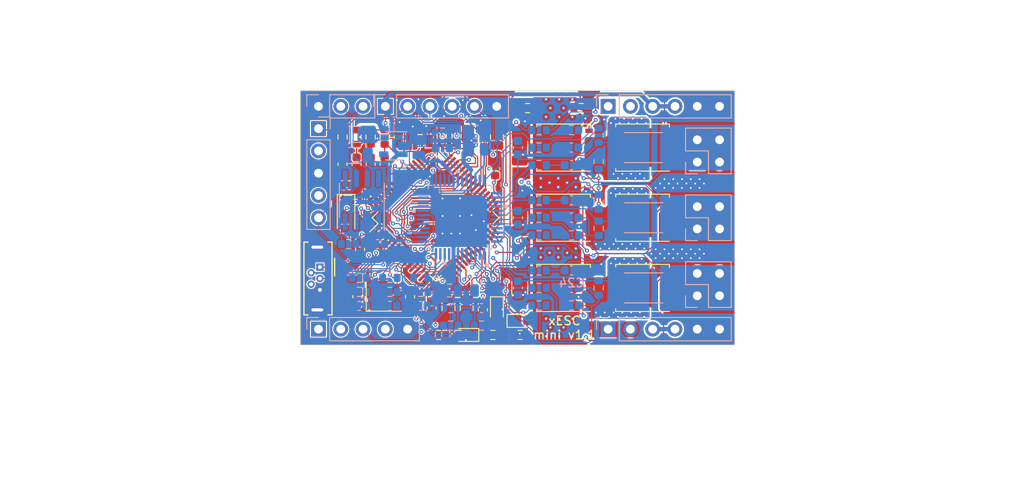
<source format=kicad_pcb>
(kicad_pcb (version 20240108) (generator "pcbnew") (generator_version "8.0")
  (layers (0 "F.Cu" signal) (1 "In1.Cu" signal "GND") (2 "In2.Cu" signal "VM") (31 "B.Cu" signal) (34 "B.Paste" user) (35 "F.Paste" user) (36 "B.SilkS" user "B.Silkscreen") (37 "F.SilkS" user "F.Silkscreen") (38 "B.Mask" user) (39 "F.Mask" user) (44 "Edge.Cuts" user))
  (property "git_version" "")
  (net 0 "")
  (net 1 "Net-(U1-12VOUT)")
  (net 2 "GND")
  (net 3 "Net-(U1-CPO)")
  (net 4 "Net-(U1-CPI)")
  (net 5 "Net-(U1-VCP)")
  (net 6 "Net-(J6-Pin_1)")
  (net 7 "Net-(J7-Pin_1)")
  (net 8 "/Power/HSU")
  (net 9 "/Power/LSU")
  (net 10 "/Power/SENSE_U")
  (net 11 "/Power/HSV")
  (net 12 "/Power/LSV")
  (net 13 "/Power/SENSE_V")
  (net 14 "/Power/HSW")
  (net 15 "/Power/LSW")
  (net 16 "/Power/SENSE_W")
  (net 17 "/Power/5VOUT")
  (net 18 "Net-(J8-Pin_1)")
  (net 19 "/Power/VOFS")
  (net 20 "/Power/CU")
  (net 21 "/Power/CV")
  (net 22 "/Power/CW")
  (net 23 "Net-(U4-PH0)")
  (net 24 "Net-(U4-PH1)")
  (net 25 "Net-(U4-VCAP_1)")
  (net 26 "Net-(U4-VCAP_2)")
  (net 27 "Net-(D2-A)")
  (net 28 "Net-(D3-A)")
  (net 29 "Net-(D4-A)")
  (net 30 "+3V3")
  (net 31 "+5V")
  (net 32 "/PHASE_U_RAW")
  (net 33 "/PHASE_V_RAW")
  (net 34 "/PHASE_W_RAW")
  (net 35 "/CUR_U")
  (net 36 "/CUR_V")
  (net 37 "/CUR_W")
  (net 38 "/PHASE_U_FILTERED")
  (net 39 "/PHASE_V_FILTERED")
  (net 40 "/PHASE_W_FILTERED")
  (net 41 "Net-(D5-A)")
  (net 42 "Net-(J2-D-)")
  (net 43 "/MCU/Reset")
  (net 44 "Net-(J2-D+)")
  (net 46 "/CURU_5V")
  (net 47 "/CURV_5V")
  (net 48 "/CURW_5V")
  (net 49 "/MCU/WL")
  (net 50 "/MCU/WH")
  (net 51 "/MCU/VL")
  (net 52 "/MCU/VH")
  (net 53 "/MCU/UL")
  (net 54 "/MCU/UH")
  (net 55 "Net-(J5-Pin_2)")
  (net 56 "/MCU/DRV_ENABLE")
  (net 57 "/MCU/DRV_MISO")
  (net 58 "/MCU/DRV_MOSI")
  (net 59 "/MCU/DRV_SCK")
  (net 60 "/MCU/DRV_NCS")
  (net 61 "/MCU/TX_MOSI_EXT")
  (net 62 "/MCU/CAN_TX")
  (net 63 "/MCU/CAN_RX")
  (net 64 "/MCU/SWDCLK")
  (net 65 "/MCU/SWDIO")
  (net 66 "/MCU/RX_NCS_EXT")
  (net 67 "/MCU/MISO_EXT")
  (net 68 "/MCU/SCK_EXT")
  (net 69 "/TEMP_MOTOR")
  (net 70 "/HALL1")
  (net 71 "/HALL2")
  (net 72 "/HALL3")
  (net 73 "Net-(J5-Pin_3)")
  (net 74 "Net-(Q1-G)")
  (net 75 "Net-(Q2-G)")
  (net 76 "/USB_DM")
  (net 77 "/USB_DP")
  (net 78 "Net-(Q3-G)")
  (net 79 "Net-(Q4-G)")
  (net 80 "Net-(Q5-G)")
  (net 81 "Net-(Q6-G)")
  (net 82 "/LED_GREEN")
  (net 83 "/LED_RED")
  (net 84 "/VM")
  (net 85 "/V_M_FILTERED")
  (net 86 "/PCB_TEMP")
  (net 87 "/Power/FAULT")
  (net 95 "/MCU/SERVO")
  (footprint "Capacitor_SMD:C_0603_1608Metric" (layer "F.Cu") (at 235.5 127.4 90)
    (property "Reference" "C32" (hide yes))
    (property "Value" "15pF")
  )
  (footprint "Capacitor_SMD:C_0603_1608Metric" (layer "F.Cu") (at 241.5 127.4 -90)
    (property "Reference" "C33" (hide yes))
    (property "Value" "15pF")
  )
  (footprint "Capacitor_SMD:C_0603_1608Metric" (layer "F.Cu") (at 234.55 114.7 180)
    (property "Reference" "C34" (hide yes))
    (property "Value" ".1uF/50V")
  )
  (footprint "Capacitor_SMD:C_0805_2012Metric" (layer "F.Cu") (at 251.4 109.2 -90)
    (property "Reference" "C35" (hide yes))
    (property "Value" "2.2uF/25V")
  )
  (footprint "Capacitor_SMD:C_0603_1608Metric" (layer "F.Cu") (at 243.96 128.7 -90)
    (property "Reference" "C37" (hide yes))
    (property "Value" ".1uF/50V")
  )
  (footprint "Capacitor_SMD:C_0805_2012Metric" (layer "F.Cu") (at 247.96 128.71 90)
    (property "Reference" "C38" (hide yes))
    (property "Value" "2.2uF/25V")
  )
  (footprint "Capacitor_SMD:C_0603_1608Metric" (layer "F.Cu") (at 251.2 112.8 90)
    (property "Reference" "C40" (hide yes))
    (property "Value" ".1uF/50V")
  )
  (footprint "Capacitor_SMD:C_0603_1608Metric" (layer "F.Cu") (at 235.8 122 -90)
    (property "Reference" "C41" (hide yes))
    (property "Value" ".1uF/50V")
  )
  (footprint "Capacitor_SMD:C_0603_1608Metric" (layer "F.Cu") (at 249.8 128.9 -90)
    (property "Reference" "C42" (hide yes))
    (property "Value" ".1uF/50V")
  )
  (footprint "Capacitor_SMD:C_0805_2012Metric" (layer "F.Cu") (at 245.88 128.71 90)
    (property "Reference" "C39" (hide yes))
    (property "Value" "2.2uF/25V")
  )
  (footprint "Resistor_SMD:R_0603_1608Metric" (layer "F.Cu") (at 254.04 131.76)
    (property "Reference" "R16" (hide yes))
    (property "Value" "150R")
  )
  (footprint "LED_SMD:LED_0603_1608Metric" (layer "F.Cu") (at 254.04 130.16)
    (property "Reference" "D2" (hide yes))
    (property "Value" "LED Red")
  )
  (footprint "LED_SMD:LED_0603_1608Metric" (layer "F.Cu") (at 251.4 128.9 -90)
    (property "Reference" "D4" (hide yes))
    (property "Value" "LED Green")
  )
  (footprint "LED_SMD:LED_0603_1608Metric" (layer "F.Cu") (at 247.84 131.76 180)
    (property "Reference" "D5" (hide yes))
    (property "Value" "LED Red")
  )
  (footprint "Resistor_SMD:R_0603_1608Metric" (layer "F.Cu") (at 250.94 131.76)
    (property "Reference" "R37" (hide yes))
    (property "Value" "150R")
  )
  (footprint "Resistor_SMD:R_0603_1608Metric" (layer "F.Cu") (at 244.74 131.76)
    (property "Reference" "R38" (hide yes))
    (property "Value" "150R")
  )
  (footprint "Resistor_SMD:R_0603_1608Metric" (layer "F.Cu") (at 254.9 105.9)
    (property "Reference" "R39" (hide yes))
    (property "Value" "22k")
  )
  (footprint "Resistor_SMD:R_0603_1608Metric" (layer "F.Cu") (at 261 105.9)
    (property "Reference" "R40" (hide yes))
    (property "Value" "1k5")
  )
  (footprint "Package_QFP:LQFP-64_10x10mm_P0.5mm" (layer "F.Cu") (at 244.4 118.4 45)
    (property "Reference" "U4" (hide yes))
    (property "Value" "STM32F405RGTx")
  )
  (footprint "Capacitor_SMD:C_1206_3216Metric" (layer "F.Cu") (at 254 126.4 90)
    (property "Reference" "C1" (hide yes))
    (property "Value" "10uF/50V")
  )
  (footprint "Capacitor_SMD:C_1206_3216Metric" (layer "F.Cu") (at 254 118.4 90)
    (property "Reference" "C2" (hide yes))
    (property "Value" "10uF/50V")
  )
  (footprint "Package_TO_SOT_SMD:TDSON-8-1" (layer "F.Cu") (at 259 126.4 180)
    (property "Reference" "Q1" (hide yes))
    (property "Value" "BSC026N08NS5")
  )
  (footprint "Package_TO_SOT_SMD:TDSON-8-1" (layer "F.Cu") (at 259 118.4 180)
    (property "Reference" "Q3" (hide yes))
    (property "Value" "BSC026N08NS5")
  )
  (footprint "Package_TO_SOT_SMD:TDSON-8-1" (layer "F.Cu") (at 259 110.4 180)
    (property "Reference" "Q5" (hide yes))
    (property "Value" "BSC026N08NS5")
  )
  (footprint "Diode_SMD:D_SOD-123" (layer "F.Cu") (at 234.2 118 -90)
    (property "Reference" "D3" (hide yes))
    (property "Value" "D_Schottky")
  )
  (footprint "Resistor_SMD:R_0603_1608Metric" (layer "F.Cu") (at 245.1 109.1 90)
    (property "Reference" "R32" (hide yes))
    (property "Value" "22R")
  )
  (footprint "Resistor_SMD:R_0603_1608Metric" (layer "F.Cu") (at 246.8 109.1 90)
    (property "Reference" "R31" (hide yes))
    (property "Value" "22R")
  )
  (footprint "Package_TO_SOT_SMD:TDSON-8-1" (layer "F.Cu") (at 268 110.4 180)
    (property "Reference" "Q6" (hide yes))
    (property "Value" "BSC026N08NS5")
  )
  (footprint "Package_TO_SOT_SMD:TDSON-8-1" (layer "F.Cu") (at 268 118.4 180)
    (property "Reference" "Q4" (hide yes))
    (property "Value" "BSC026N08NS5")
  )
  (footprint "Package_TO_SOT_SMD:TDSON-8-1" (layer "F.Cu") (at 268 126.4 180)
    (property "Reference" "Q2" (hide yes))
    (property "Value" "BSC026N08NS5")
  )
  (footprint "Capacitor_SMD:C_1206_3216Metric" (layer "F.Cu") (at 254 110.4 90)
    (property "Reference" "C3" (hide yes))
    (property "Value" "10uF/50V")
  )
  (footprint "Crystal:Crystal_SMD_3225-4Pin_3.2x2.5mm" (layer "F.Cu") (at 238.5 127.4)
    (property "Reference" "Y1" (hide yes))
    (property "Value" "Crystal_GND24")
  )
  (footprint "Capacitor_SMD:C_0805_2012Metric" (layer "F.Cu") (at 242.65 109.65)
    (property "Reference" "C36" (hide yes))
    (property "Value" "2.2uF/25V")
  )
  (footprint "Capacitor_SMD:C_0603_1608Metric" (layer "F.Cu") (at 240.2 109.2 90)
    (property "Reference" "C43" (hide yes))
    (property "Value" ".1uF/50V")
  )
  (footprint "Resistor_SMD:R_0603_1608Metric" (layer "F.Cu") (at 235.4 109.2 -90)
    (property "Reference" "R33" (hide yes))
    (property "Value" "2k2")
  )
  (footprint "Resistor_SMD:R_0603_1608Metric" (layer "F.Cu") (at 237 109.2 -90)
    (property "Reference" "R34" (hide yes))
    (property "Value" "2k2")
  )
  (footprint "Capacitor_SMD:C_0603_1608Metric" (layer "F.Cu") (at 233.8 112.3 -90)
    (property "Reference" "C44" (hide yes))
    (property "Value" ".1uF/50V")
  )
  (footprint "Capacitor_SMD:C_0603_1608Metric" (layer "F.Cu") (at 235.4 112.3 -90)
    (property "Reference" "C45" (hide yes))
    (property "Value" "DNP")
  )
  (footprint "Capacitor_SMD:C_0603_1608Metric" (layer "F.Cu") (at 237 112.3 -90)
    (property "Reference" "C46" (hide yes))
    (property "Value" "DNP")
  )
  (footprint "Resistor_SMD:R_0603_1608Metric" (layer "F.Cu") (at 238.6 109.2 -90)
    (property "Reference" "R35" (hide yes))
    (property "Value" "2k2")
  )
  (footprint "Resistor_SMD:R_0603_1608Metric" (layer "F.Cu") (at 233.8 109.2 -90)
    (property "Reference" "R30" (hide yes))
    (property "Value" "10k")
  )
  (footprint "Capacitor_SMD:C_0603_1608Metric" (layer "F.Cu") (at 238.6 112.3 -90)
    (property "Reference" "C47" (hide yes))
    (property "Value" "DNP")
  )
  (footprint "xESC2:USB_Micro" (layer "F.Cu") (at 231.22 124.025 -90)
    (property "Reference" "J2" (hide yes))
    (property "Value" "USB_B_Micro")
  )
  (footprint "Resistor_SMD:R_0603_1608Metric" (layer "B.Cu") (at 256.2 124.4 180)
    (property "Reference" "R4" (hide yes))
    (property "Value" "10R")
  )
  (footprint "Capacitor_SMD:C_0805_2012Metric" (layer "B.Cu") (at 246 126.7)
    (property "Reference" "C4" (hide yes))
    (property "Value" "2.2uF/25V")
  )
  (footprint "Capacitor_SMD:C_0805_2012Metric" (layer "B.Cu") (at 249.8 126.7 180)
    (property "Reference" "C5" (hide yes))
    (property "Value" "2.2uF/25V")
  )
  (footprint "Capacitor_SMD:C_0603_1608Metric" (layer "B.Cu") (at 249.65 128.7)
    (property "Reference" "C6" (hide yes))
    (property "Value" ".1uF/50V")
  )
  (footprint "Capacitor_SMD:C_0603_1608Metric" (layer "B.Cu") (at 242.7 128.45 180)
    (property "Reference" "C15" (hide yes))
    (property "Value" "DNP")
  )
  (footprint "Capacitor_SMD:C_0603_1608Metric" (layer "B.Cu") (at 245.2 110.45)
    (property "Reference" "C11" (hide yes))
    (property "Value" "22nF/100V")
  )
  (footprint "Capacitor_SMD:C_0805_2012Metric" (layer "B.Cu") (at 242.5 110.3 90)
    (property "Reference" "C13" (hide yes))
    (property "Value" "100nF/100V")
  )
  (footprint "Capacitor_SMD:C_0603_1608Metric" (layer "B.Cu") (at 259.9 116.4)
    (property "Reference" "C25" (hide yes))
    (property "Value" "1nF/100V")
  )
  (footprint "Capacitor_SMD:C_0603_1608Metric" (layer "B.Cu") (at 259.9 112.4)
    (property "Reference" "C26" (hide yes))
    (property "Value" "1nF/100V")
  )
  (footprint "Resistor_SMD:R_0603_1608Metric" (layer "B.Cu") (at 256.2 118.4 180)
    (property "Reference" "R5" (hide yes))
    (property "Value" "2R2")
  )
  (footprint "Resistor_SMD:R_0603_1608Metric" (layer "B.Cu") (at 256.2 120.4 180)
    (property "Reference" "R6" (hide yes))
    (property "Value" "2R2")
  )
  (footprint "Capacitor_SMD:C_0603_1608Metric" (layer "B.Cu") (at 239.2 128.45 180)
    (property "Reference" "C27" (hide yes))
    (property "Value" "DNP")
  )
  (footprint "Resistor_SMD:R_2512_6332Metric" (layer "B.Cu") (at 268.1375 118.4 180)
    (property "Reference" "R7" (hide yes))
    (property "Value" "33mR")
  )
  (footprint "Capacitor_SMD:C_0603_1608Metric" (layer "B.Cu") (at 235.7 128.45 180)
    (property "Reference" "C28" (hide yes))
    (property "Value" "DNP")
  )
  (footprint "Resistor_SMD:R_0603_1608Metric" (layer "B.Cu") (at 256.2 116.4 180)
    (property "Reference" "R8" (hide yes))
    (property "Value" "10R")
  )
  (footprint "Resistor_SMD:R_0603_1608Metric" (layer "B.Cu") (at 256.2 110.4 180)
    (property "Reference" "R9" (hide yes))
    (property "Value" "2R2")
  )
  (footprint "Resistor_SMD:R_0603_1608Metric" (layer "B.Cu") (at 256.2 108.4 180)
    (property "Reference" "R10" (hide yes))
    (property "Value" "2R2")
  )
  (footprint "Resistor_SMD:R_2512_6332Metric" (layer "B.Cu") (at 268.1 110.4 180)
    (property "Reference" "R11" (hide yes))
    (property "Value" "33mR")
  )
  (footprint "Resistor_SMD:R_0603_1608Metric" (layer "B.Cu") (at 246.15 128.7)
    (property "Reference" "R13" (hide yes))
    (property "Value" "DNP")
  )
  (footprint "Resistor_SMD:R_0603_1608Metric" (layer "B.Cu") (at 249.65 130.7)
    (property "Reference" "R14" (hide yes))
    (property "Value" "10k")
  )
  (footprint "Resistor_SMD:R_0603_1608Metric" (layer "B.Cu") (at 246.15 130.7)
    (property "Reference" "R15" (hide yes))
    (property "Value" "10k")
  )
  (footprint "Resistor_SMD:R_0603_1608Metric" (layer "B.Cu") (at 242.7 125.25)
    (property "Reference" "R17" (hide yes))
    (property "Value" "1k5")
  )
  (footprint "Resistor_SMD:R_0603_1608Metric" (layer "B.Cu") (at 242.7 126.85 180)
    (property "Reference" "R18" (hide yes))
    (property "Value" "2k2")
  )
  (footprint "Resistor_SMD:R_0603_1608Metric" (layer "B.Cu") (at 239.2 125.25)
    (property "Reference" "R19" (hide yes))
    (property "Value" "1k5")
  )
  (footprint "Resistor_SMD:R_0603_1608Metric" (layer "B.Cu") (at 239.2 126.85 180)
    (property "Reference" "R20" (hide yes))
    (property "Value" "2k2")
  )
  (footprint "Resistor_SMD:R_0603_1608Metric" (layer "B.Cu") (at 235.7 125.25)
    (property "Reference" "R21" (hide yes))
    (property "Value" "1k5")
  )
  (footprint "Resistor_SMD:R_0603_1608Metric" (layer "B.Cu") (at 235.7 126.85 180)
    (property "Reference" "R22" (hide yes))
    (property "Value" "2k2")
  )
  (footprint "Resistor_SMD:R_0603_1608Metric" (layer "B.Cu") (at 245.2 108.7)
    (property "Reference" "R29" (hide yes))
    (property "Value" "10k")
  )
  (footprint "Resistor_SMD:R_0603_1608Metric" (layer "B.Cu") (at 256.2 128.4 180)
    (property "Reference" "R2" (hide yes))
    (property "Value" "2R2")
  )
  (footprint "Resistor_SMD:R_2512_6332Metric" (layer "B.Cu") (at 268.1375 126.4 180)
    (property "Reference" "R3" (hide yes))
    (property "Value" "33mR")
  )
  (footprint "Capacitor_SMD:C_0805_2012Metric" (layer "B.Cu") (at 249 110.6 180)
    (property "Reference" "C12" (hide yes))
    (property "Value" "100nF/100V")
  )
  (footprint "Capacitor_SMD:C_0805_2012Metric" (layer "B.Cu") (at 249 108.6)
    (property "Reference" "C14" (hide yes))
    (property "Value" "100nF/100V")
  )
  (footprint "Capacitor_SMD:C_0603_1608Metric" (layer "B.Cu") (at 259.9 126.4 180)
    (property "Reference" "C29" (hide yes))
    (property "Value" "DNP")
  )
  (footprint "Capacitor_SMD:C_0603_1608Metric" (layer "B.Cu") (at 259.9 118.4 180)
    (property "Reference" "C30" (hide yes))
    (property "Value" "DNP")
  )
  (footprint "Resistor_SMD:R_0603_1608Metric" (layer "B.Cu") (at 263 119.6 -90)
    (property "Reference" "R25" (hide yes))
    (property "Value" "22k")
  )
  (footprint "Capacitor_SMD:C_0603_1608Metric" (layer "B.Cu") (at 259.9 110.4 180)
    (property "Reference" "C31" (hide yes))
    (property "Value" "DNP")
  )
  (footprint "Resistor_SMD:R_0603_1608Metric" (layer "B.Cu") (at 259.9 128.4 180)
    (property "Reference" "R24" (hide yes))
    (property "Value" "1k5")
  )
  (footprint "Resistor_SMD:R_0603_1608Metric" (layer "B.Cu") (at 259.9 108.4 180)
    (property "Reference" "R28" (hide yes))
    (property "Value" "1k5")
  )
  (footprint "Resistor_SMD:R_0603_1608Metric" (layer "B.Cu") (at 263 126.4 -90)
    (property "Reference" "R23" (hide yes))
    (property "Value" "22k")
  )
  (footprint "Resistor_SMD:R_0603_1608Metric" (layer "B.Cu") (at 259.9 120.4 180)
    (property "Reference" "R26" (hide yes))
    (property "Value" "1k5")
  )
  (footprint "Capacitor_SMD:C_1206_3216Metric" (layer "B.Cu") (at 235.2 108.9 180)
    (property "Reference" "C21" (hide yes))
    (property "Value" "10uF/50V")
  )
  (footprint "Capacitor_SMD:C_1206_3216Metric" (layer "B.Cu") (at 235.2 111.3 180)
    (property "Reference" "C20" (hide yes))
    (property "Value" "10uF/50V")
  )
  (footprint "Connector_PinHeader_2.54mm:PinHeader_1x05_P2.54mm_Vertical" (layer "B.Cu") (at 231.06 108.24 180)
    (property "Reference" "J3" (hide yes))
    (property "Value" "Conn_01x05_Male")
  )
  (footprint "Connector_PinHeader_2.54mm:PinHeader_1x03_P2.54mm_Vertical" (layer "B.Cu") (at 231.06 105.7 -90)
    (property "Reference" "J5" (hide yes))
    (property "Value" "Conn_01x03_Male")
  )
  (footprint "Capacitor_SMD:C_0603_1608Metric" (layer "B.Cu") (at 253.8 118.4 -90)
    (property "Reference" "C9" (hide yes))
    (property "Value" "470nF/16V")
  )
  (footprint "Capacitor_SMD:C_0603_1608Metric" (layer "B.Cu") (at 253.8 126.4 -90)
    (property "Reference" "C8" (hide yes))
    (property "Value" "470nF/16V")
  )
  (footprint "Capacitor_SMD:C_0603_1608Metric" (layer "B.Cu") (at 253.8 110.4 90)
    (property "Reference" "C10" (hide yes))
    (property "Value" "470nF/16V")
  )
  (footprint "footprints:TMC6200-TA" (layer "B.Cu") (at 247.2 118.35 90)
    (property "Reference" "U1" (hide yes))
    (property "Value" "TMC6200-TA" (hide yes))
  )
  (footprint "Resistor_SMD:R_0603_1608Metric" (layer "B.Cu") (at 256.2 126.4 180)
    (property "Reference" "R1" (hide yes))
    (property "Value" "2R2")
  )
  (footprint "Resistor_SMD:R_0603_1608Metric" (layer "B.Cu") (at 263 109 90)
    (property "Reference" "R27" (hide yes))
    (property "Value" "22k")
  )
  (footprint "Resistor_SMD:R_0603_1608Metric" (layer "B.Cu") (at 256.2 112.4 180)
    (property "Reference" "R12" (hide yes))
    (property "Value" "10R")
  )
  (footprint "Connector_PinHeader_2.54mm:PinHeader_1x06_P2.54mm_Vertical" (layer "B.Cu") (at 238.68 105.7 -90)
    (property "Reference" "J1" (hide yes))
    (property "Value" "Conn_01x06_Male")
  )
  (footprint "Connector_PinHeader_2.54mm:PinHeader_1x05_P2.54mm_Vertical" (layer "B.Cu") (at 231.06 131.1 -90)
    (property "Reference" "J4" (hide yes))
    (property "Value" "Conn_01x05_Male")
  )
  (footprint "Capacitor_SMD:C_0603_1608Metric" (layer "B.Cu") (at 259.9 124.4)
    (property "Reference" "C24")
    (property "Value" "1nF/100V")
  )
  (footprint "Capacitor_SMD:C_0603_1608Metric" (layer "B.Cu") (at 237.8 121.4 180)
    (property "Reference" "C7" (hide yes))
    (property "Value" ".1uF/50V")
  )
  (footprint "Package_TO_SOT_SMD:SOT-23-5" (layer "B.Cu") (at 239.6 110.2 180)
    (property "Reference" "U2" (hide yes))
    (property "Value" "XC6220B331MR")
  )
  (footprint "Package_SO:SOIC-8_3.9x4.9mm_P1.27mm" (layer "B.Cu") (at 236 116.4 90)
    (property "Reference" "U5" (hide yes))
    (property "Value" "SN65HVD232")
  )
  (footprint "Resistor_SMD:R_0603_1608Metric" (layer "B.Cu") (at 263 112 90)
    (property "Reference" "R41" (hide yes))
    (property "Value" "10k")
  )
  (footprint "Resistor_SMD:R_0603_1608Metric" (layer "B.Cu") (at 263 116.6 90)
    (property "Reference" "TH1" (hide yes))
    (property "Value" "Thermistor_NTC")
  )
  (footprint "Connector_PinHeader_2.54mm:PinHeader_1x06_P2.54mm_Vertical" (layer "B.Cu") (at 264.08 105.7 -90)
    (property "Reference" "J9" (hide yes))
    (property "Value" "Conn_01x06_Male")
  )
  (footprint "Connector_PinHeader_2.54mm:PinHeader_1x06_P2.54mm_Vertical" (layer "B.Cu") (at 264.08 131.1 -90)
    (property "Reference" "J10" (hide yes))
    (property "Value" "Conn_01x06_Male")
  )
  (footprint "Connector_PinHeader_2.54mm:PinHeader_2x02_P2.54mm_Vertical" (layer "B.Cu") (at 274.24 112.05)
    (property "Reference" "J8" (hide yes))
    (property "Value" "Conn_02x02_Counter_Clockwise")
  )
  (footprint "Connector_PinHeader_2.54mm:PinHeader_2x02_P2.54mm_Vertical" (layer "B.Cu") (at 274.24 119.67)
    (property "Reference" "J7" (hide yes))
    (property "Value" "Conn_02x02_Counter_Clockwise")
  )
  (footprint "Connector_PinHeader_2.54mm:PinHeader_2x02_P2.54mm_Vertical" (layer "B.Cu") (at 274.24 127.29)
    (property "Reference" "J6" (hide yes))
    (property "Value" "Conn_02x02_Counter_Clockwise")
  )
  (footprint "Resistor_SMD:R_0603_1608Metric" (layer "B.Cu") (at 234.5 121.4 180)
    (property "Reference" "R36" (hide yes))
    (property "Value" "120R")
  )
  (gr_line (start 229 103.9) (end 278.5 103.9) (stroke (width 0.05)) (layer "Edge.Cuts"))
  (gr_line (start 278.5 103.9) (end 278.5 132.9) (stroke (width 0.05)) (layer "Edge.Cuts"))
  (gr_line (start 229 132.9) (end 229 103.9) (stroke (width 0.05)) (layer "Edge.Cuts"))
  (gr_line (start 278.5 132.9) (end 229 132.9) (stroke (width 0.05)) (layer "Edge.Cuts"))
  (gr_text "xESC\nmini v1.1" (at 259.1 130.95 0) (layer "F.SilkS") (effects (font (size 1 1))))
  (segment (start 247.306542 125.78449) (end 247.209498 125.687446) (width 0.127) (layer "B.Cu") (net 1))
  (segment (start 247.45 123.3228) (end 247.45 122.525501) (width 0.127) (layer "B.Cu") (net 1))
  (segment (start 248.85 126.7) (end 248.297978 126.7) (width 0.127) (layer "B.Cu") (net 1))
  (segment (start 247.382468 125.78449) (end 247.306542 125.78449) (width 0.127) (layer "B.Cu") (net 1))
  (segment (start 247.209498 123.563302) (end 247.45 123.3228) (width 0.127) (layer "B.Cu") (net 1))
  (segment (start 248.297978 126.7) (end 247.382468 125.78449) (width 0.127) (layer "B.Cu") (net 1))
  (segment (start 247.209498 125.687446) (end 247.209498 123.563302) (width 0.127) (layer "B.Cu") (net 1))
  (segment (start 242.6 126.181812) (end 242.6 126.50001) (width 0.127) (layer "F.Cu") (net 2))
  (segment (start 254 116.925) (end 254 115.6) (width 0.127) (layer "F.Cu") (net 2))
  (segment (start 235.5706 114.9456) (end 238.470726 114.9456) (width 0.127) (layer "F.Cu") (net 2))
  (segment (start 241.412474 123.650268) (end 241.1 123.962742) (width 0.127) (layer "F.Cu") (net 2))
  (segment (start 238.470726 114.9456) (end 239.149732 115.624606) (width 0.127) (layer "F.Cu") (net 2))
  (segment (start 254 115.6) (end 254.3 115.3) (width 0.127) (layer "F.Cu") (net 2))
  (segment (start 237.36541 115.961604) (end 237.0036 115.961604) (width 0.127) (layer "F.Cu") (net 2))
  (segment (start 238.089072 116.685266) (end 237.36541 115.961604) (width 0.127) (layer "F.Cu") (net 2))
  (segment (start 241.1 124.681812) (end 242.6 126.181812) (width 0.127) (layer "F.Cu") (net 2))
  (segment (start 241.1 123.962742) (end 241.1 124.681812) (width 0.127) (layer "F.Cu") (net 2))
  (segment (start 241.624606 123.650268) (end 241.412474 123.650268) (width 0.127) (layer "F.Cu") (net 2))
  (via (at 272.5 114) (size 0.45) (drill 0.2) (layers "F.Cu" "B.Cu") (net 2))
  (via (at 274.5 115) (size 0.45) (drill 0.2) (layers "F.Cu" "B.Cu") (net 2))
  (via (at 275 114.5) (size 0.45) (drill 0.2) (layers "F.Cu" "B.Cu") (net 2))
  (via (at 274 114.5) (size 0.45) (drill 0.2) (layers "F.Cu" "B.Cu") (net 2))
  (via (at 273 114.5) (size 0.45) (drill 0.2) (layers "F.Cu" "B.Cu") (net 2))
  (via (at 272 114.5) (size 0.45) (drill 0.2) (layers "F.Cu" "B.Cu") (net 2))
  (via (at 272.5 115) (size 0.45) (drill 0.2) (layers "F.Cu" "B.Cu") (net 2))
  (via (at 274.5 114) (size 0.45) (drill 0.2) (layers "F.Cu" "B.Cu") (net 2))
  (via (at 271.5 114) (size 0.45) (drill 0.2) (layers "F.Cu" "B.Cu") (net 2))
  (via (at 273.5 114) (size 0.45) (drill 0.2) (layers "F.Cu" "B.Cu") (net 2))
  (via (at 273.5 115) (size 0.45) (drill 0.2) (layers "F.Cu" "B.Cu") (net 2))
  (via (at 271.5 115) (size 0.45) (drill 0.2) (layers "F.Cu" "B.Cu") (net 2))
  (via (at 271 114.5) (size 0.45) (drill 0.2) (layers "F.Cu" "B.Cu") (net 2))
  (via (at 269.5 115) (size 0.45) (drill 0.2) (layers "F.Cu" "B.Cu") (net 2))
  (via (at 270 122.5) (size 0.45) (drill 0.2) (layers "F.Cu" "B.Cu") (net 2))
  (via (at 269.5 123) (size 0.45) (drill 0.2) (layers "F.Cu" "B.Cu") (net 2))
  (via (at 270.5 115) (size 0.45) (drill 0.2) (layers "F.Cu" "B.Cu") (net 2))
  (via (at 269 122.5) (size 0.45) (drill 0.2) (layers "F.Cu" "B.Cu") (net 2))
  (via (at 271 122.5) (size 0.45) (drill 0.2) (layers "F.Cu" "B.Cu") (net 2))
  (via (at 270.5 114) (size 0.45) (drill 0.2) (layers "F.Cu" "B.Cu") (net 2))
  (via (at 269.5 122) (size 0.45) (drill 0.2) (layers "F.Cu" "B.Cu") (net 2))
  (via (at 270 114.5) (size 0.45) (drill 0.2) (layers "F.Cu" "B.Cu") (net 2))
  (via (at 270.5 122) (size 0.45) (drill 0.2) (layers "F.Cu" "B.Cu") (net 2))
  (via (at 270.5 123) (size 0.45) (drill 0.2) (layers "F.Cu" "B.Cu") (net 2))
  (via (at 274 122.5) (size 0.45) (drill 0.2) (layers "F.Cu" "B.Cu") (net 2))
  (via (at 261.48119 107.08119) (size 0.45) (drill 0.2) (layers "F.Cu" "B.Cu") (net 2))
  (via (at 271.5 123) (size 0.45) (drill 0.2) (layers "F.Cu" "B.Cu") (net 2))
  (via (at 274.5 123) (size 0.45) (drill 0.2) (layers "F.Cu" "B.Cu") (net 2))
  (via (at 245.2 116.2) (size 0.45) (drill 0.2) (layers "F.Cu" "B.Cu") (net 2))
  (via (at 241.8 108) (size 0.45) (drill 0.2) (layers "F.Cu" "B.Cu") (net 2))
  (via (at 247.2 118.2) (size 0.45) (drill 0.2) (layers "F.Cu" "B.Cu") (net 2))
  (via (at 243.75 113.7) (size 0.45) (drill 0.2) (layers "F.Cu" "B.Cu") (net 2))
  (via (at 275 122.5) (size 0.45) (drill 0.2) (layers "F.Cu" "B.Cu") (net 2))
  (via (at 261.556308 115.395181) (size 0.45) (drill 0.2) (layers "F.Cu" "B.Cu") (net 2))
  (via (at 248.5 118.1) (size 0.45) (drill 0.2) (layers "F.Cu" "B.Cu") (net 2))
  (via (at 240 105) (size 0.45) (drill 0.2) (layers "F.Cu" "B.Cu") (net 2))
  (via (at 247.2 120.2) (size 0.45) (drill 0.2) (layers "F.Cu" "B.Cu") (net 2))
  (via (at 273 122.5) (size 0.45) (drill 0.2) (layers "F.Cu" "B.Cu") (net 2))
  (via (at 246.2 120.2) (size 0.45) (drill 0.2) (layers "F.Cu" "B.Cu") (net 2))
  (via (at 254.65 126.9) (size 0.45) (drill 0.2) (layers "F.Cu" "B.Cu") (net 2))
  (via (at 260.822611 111.744521) (size 0.45) (drill 0.2) (layers "F.Cu" "B.Cu") (net 2))
  (via (at 272 122.5) (size 0.45) (drill 0.2) (layers "F.Cu" "B.Cu") (net 2))
  (via (at 263.3 123.7) (size 0.45) (drill 0.2) (layers "F.Cu" "B.Cu") (net 2))
  (via (at 252.05 128.85) (size 0.45) (drill 0.2) (layers "F.Cu" "B.Cu") (net 2))
  (via (at 245.375 106.825) (size 0.45) (drill 0.2) (layers "F.Cu" "B.Cu") (net 2))
  (via (at 247.85 132.35) (size 0.45) (drill 0.2) (layers "F.Cu" "B.Cu") (net 2))
  (via (at 249.55 107.3) (size 0.45) (drill 0.2) (layers "F.Cu" "B.Cu") (net 2))
  (via (at 272.5 122) (size 0.45) (drill 0.2) (layers "F.Cu" "B.Cu") (net 2))
  (via (at 247.2 116.2) (size 0.45) (drill 0.2) (layers "F.Cu" "B.Cu") (net 2))
  (via (at 273.5 122) (size 0.45) (drill 0.2) (layers "F.Cu" "B.Cu") (net 2))
  (via (at 260.70949 127.4) (size 0.45) (drill 0.2) (layers "F.Cu" "B.Cu") (net 2))
  (via (at 273.5 123) (size 0.45) (drill 0.2) (layers "F.Cu" "B.Cu") (net 2))
  (via (at 237.0036 115.961604) (size 0.45) (drill 0.2) (layers "F.Cu" "B.Cu") (net 2))
  (via (at 243.35 107.95) (size 0.45) (drill 0.2) (layers "F.Cu" "B.Cu") (net 2))
  (via (at 263.625 107.2) (size 0.45) (drill 0.2) (layers "F.Cu" "B.Cu") (net 2))
  (via (at 242.6 126.50001) (size 0.45) (drill 0.2) (layers "F.Cu" "B.Cu") (net 2))
  (via (at 249 119.8) (size 0.45) (drill 0.2) (layers "F.Cu" "B.Cu") (net 2))
  (via (at 254.6 107.4) (size 0.45) (drill 0.2) (layers "F.Cu" "B.Cu") (net 2))
  (via (at 245.2 118.2) (size 0.45) (drill 0.2) (layers "F.Cu" "B.Cu") (net 2))
  (via (at 255.05 122.9) (size 0.45) (drill 0.2) (layers "F.Cu" "B.Cu") (net 2))
  (via (at 240.3 107.5) (size 0.45) (drill 0.2) (layers "F.Cu" "B.Cu") (net 2))
  (via (at 254 131.6) (size 0.45) (drill 0.2) (layers "F.Cu" "B.Cu") (net 2))
  (via (at 254.3 115.3) (size 0.45) (drill 0.2) (layers "F.Cu" "B.Cu") (net 2))
  (via (at 260.775 119.425) (size 0.45) (drill 0.2) (layers "F.Cu" "B.Cu") (net 2))
  (via (at 271.5 122) (size 0.45) (drill 0.2) (layers "F.Cu" "B.Cu") (net 2))
  (via (at 274.5 122) (size 0.45) (drill 0.2) (layers "F.Cu" "B.Cu") (net 2))
  (via (at 272.5 123) (size 0.45) (drill 0.2) (layers "F.Cu" "B.Cu") (net 2))
  (via (at 247.525 105) (size 0.45) (drill 0.2) (layers "F.Cu" "B.Cu") (net 2))
  (via (at 242.45 104.9) (size 0.45) (drill 0.2) (layers "F.Cu" "B.Cu") (net 2))
  (via (at 249.9 118.8) (size 0.45) (drill 0.2) (layers "F.Cu" "B.Cu") (net 2))
  (via (at 245.2 120.2) (size 0.45) (drill 0.2) (layers "F.Cu" "B.Cu") (net 2))
  (via (at 246 126.5) (size 0.45) (drill 0.2) (layers "F.Cu" "B.Cu") (net 2))
  (segment (start 262.7 109.097736) (end 263.104528 109.097736) (width 0.127) (layer "B.Cu") (net 2))
  (segment (start 246.2 120.2) (end 246.449999 119.950001) (width 0.127) (layer "B.Cu") (net 2))
  (segment (start 262.2 110) (end 262.2 109.597736) (width 0.127) (layer "B.Cu") (net 2))
  (segment (start 262.2 109.597736) (end 262.7 109.097736) (width 0.127) (layer "B.Cu") (net 2))
  (segment (start 259.125 118.4) (end 260.15 119.425) (width 0.127) (layer "B.Cu") (net 2))
  (segment (start 259.125 126.875) (end 259.65 127.4) (width 0.127) (layer "B.Cu") (net 2))
  (segment (start 260.675 111.892132) (end 260.822611 111.744521) (width 0.127) (layer "B.Cu") (net 2))
  (segment (start 259.65 127.4) (end 260.70949 127.4) (width 0.127) (layer "B.Cu") (net 2))
  (segment (start 263.104528 109.097736) (end 263.849999 108.352265) (width 0.127) (layer "B.Cu") (net 2))
  (segment (start 261.5 123.7) (end 263.3 123.7) (width 0.127) (layer "B.Cu") (net 2))
  (segment (start 261.13449 111.06551) (end 262.2 110) (width 0.127) (layer "B.Cu") (net 2))
  (segment (start 260.8 124.4) (end 261.5 123.7) (width 0.127) (layer "B.Cu") (net 2))
  (segment (start 260.15 119.425) (end 260.775 119.425) (width 0.127) (layer "B.Cu") (net 2))
  (segment (start 262.430479 111.744521) (end 260.822611 111.744521) (width 0.127) (layer "B.Cu") (net 2))
  (segment (start 263 111.175) (end 262.430479 111.744521) (width 0.127) (layer "B.Cu") (net 2))
  (segment (start 259.075 128.4) (end 259.075 126.45) (width 0.127) (layer "B.Cu") (net 2))
  (segment (start 259.075 108.4) (end 259.475 108.4) (width 0.127) (layer "B.Cu") (net 2))
  (segment (start 260.675 116.276489) (end 261.556308 115.395181) (width 0.127) (layer "B.Cu") (net 2))
  (segment (start 260.79381 107.08119) (end 261.48119 107.08119) (width 0.127) (layer "B.Cu") (net 2))
  (segment (start 246.449999 119.950001) (end 246.449999 119.100001) (width 0.127) (layer "B.Cu") (net 2))
  (segment (start 263.849999 108.352265) (end 263.849999 107.424999) (width 0.127) (layer "B.Cu") (net 2))
  (segment (start 246.449999 122.525501) (end 246.449999 120.449999) (width 0.127) (layer "B.Cu") (net 2))
  (segment (start 259.79051 111.06551) (end 261.13449 111.06551) (width 0.127) (layer "B.Cu") (net 2))
  (segment (start 259.125 126.4) (end 259.125 126.875) (width 0.127) (layer "B.Cu") (net 2))
  (segment (start 260.675 112.4) (end 260.675 111.892132) (width 0.127) (layer "B.Cu") (net 2))
  (segment (start 246.449999 120.449999) (end 246.2 120.2) (width 0.127) (layer "B.Cu") (net 2))
  (segment (start 259.475 108.4) (end 260.79381 107.08119) (width 0.127) (layer "B.Cu") (net 2))
  (segment (start 259.125 110.4) (end 259.79051 111.06551) (width 0.127) (layer "B.Cu") (net 2))
  (segment (start 263.849999 107.424999) (end 263.625 107.2) (width 0.127) (layer "B.Cu") (net 2))
  (segment (start 244.425 110.525) (end 246.95 113.05) (width 0.127) (layer "B.Cu") (net 3))
  (segment (start 246.95 113.05) (end 246.95 114.174499) (width 0.127) (layer "B.Cu") (net 3))
  (segment (start 247.950001 113.450001) (end 247.950001 114.174499) (width 0.127) (layer "B.Cu") (net 4))
  (segment (start 245.975 110.45) (end 245.975 111.475) (width 0.127) (layer "B.Cu") (net 4))
  (segment (start 245.975 111.475) (end 247.950001 113.450001) (width 0.127) (layer "B.Cu") (net 4))
  (segment (start 249.95 112.4) (end 249.95 110.6) (width 0.2) (layer "B.Cu") (net 5))
  (segment (start 248.949999 114.174499) (end 248.949999 113.400001) (width 0.2) (layer "B.Cu") (net 5))
  (segment (start 248.949999 113.400001) (end 249.95 112.4) (width 0.2) (layer "B.Cu") (net 5))
  (segment (start 257.025 124.4) (end 259.125 124.4) (width 0.127) (layer "B.Cu") (net 6))
  (segment (start 263.909225 122.5) (end 268 122.5) (width 0.127) (layer "B.Cu") (net 6))
  (segment (start 259.125 124.4) (end 259.125 123.925) (width 0.127) (layer "B.Cu") (net 6))
  (segment (start 259.65 123.4) (end 263.009225 123.4) (width 0.127) (layer "B.Cu") (net 6))
  (segment (start 259.125 123.925) (end 259.65 123.4) (width 0.127) (layer "B.Cu") (net 6))
  (segment (start 268 122.5) (end 271.1 125.6) (width 0.127) (layer "B.Cu") (net 6))
  (segment (start 263.009225 123.4) (end 263.909225 122.5) (width 0.127) (layer "B.Cu") (net 6))
  (segment (start 262.209499 114.990501) (end 262.590502 114.609498) (width 0.127) (layer "B.Cu") (net 7))
  (segment (start 259.125 116.4) (end 259.125 115.925) (width 0.127) (layer "B.Cu") (net 7))
  (segment (start 262.590502 114.609498) (end 268.309498 114.609498) (width 0.127) (layer "B.Cu") (net 7))
  (segment (start 261.15 114.95) (end 261.610058 114.95) (width 0.127) (layer "B.Cu") (net 7))
  (segment (start 260.725 115.375) (end 261.15 114.95) (width 0.127) (layer "B.Cu") (net 7))
  (segment (start 261.650559 114.990501) (end 262.209499 114.990501) (width 0.127) (layer "B.Cu") (net 7))
  (segment (start 261.610058 114.95) (end 261.650559 114.990501) (width 0.127) (layer "B.Cu") (net 7))
  (segment (start 258.35 116.4) (end 258.625 116.4) (width 0.127) (layer "B.Cu") (net 7))
  (segment (start 259.125 116.4) (end 258.35 116.4) (width 0.127) (layer "B.Cu") (net 7))
  (segment (start 257.025 116.4) (end 258.35 116.4) (width 0.127) (layer "B.Cu") (net 7))
  (segment (start 259.675 115.375) (end 260.725 115.375) (width 0.127) (layer "B.Cu") (net 7))
  (segment (start 259.125 115.925) (end 259.675 115.375) (width 0.127) (layer "B.Cu") (net 7))
  (segment (start 268.309498 114.609498) (end 271.1 117.4) (width 0.127) (layer "B.Cu") (net 7))
  (segment (start 252.104011 124.344786) (end 252.104011 121.82851) (width 0.127) (layer "B.Cu") (net 8))
  (segment (start 253.1 125.340775) (end 252.104011 124.344786) (width 0.127) (layer "B.Cu") (net 8))
  (segment (start 255.375 126.4) (end 253.1 126.4) (width 0.127) (layer "B.Cu") (net 8))
  (segment (start 253.1 126.4) (end 253.1 125.340775) (width 0.127) (layer "B.Cu") (net 8))
  (segment (start 252.104011 121.82851) (end 251.375501 121.1) (width 0.127) (layer "B.Cu") (net 8))
  (segment (start 253.2 129.2) (end 252.8 128.8) (width 0.127) (layer "F.Cu") (net 9))
  (segment (start 254.4 129.2) (end 253.2 129.2) (width 0.127) (layer "F.Cu") (net 9))
  (segment (start 251.320582 126.298524) (end 250.617802 126.298524) (width 0.127) (layer "F.Cu") (net 9))
  (segment (start 249.925401 125.606123) (end 249.858665 125.606123) (width 0.127) (layer "F.Cu") (net 9))
  (segment (start 250.617802 126.298524) (end 249.925401 125.606123) (width 0.127) (layer "F.Cu") (net 9))
  (segment (start 252.8 128.8) (end 252.8 127.777942) (width 0.127) (layer "F.Cu") (net 9))
  (segment (start 252.8 127.777942) (end 251.320582 126.298524) (width 0.127) (layer "F.Cu") (net 9))
  (via (at 254.4 129.2) (size 0.45) (drill 0.2) (layers "F.Cu" "B.Cu") (net 9))
  (via (at 249.858665 125.606123) (size 0.45) (drill 0.2) (layers "F.Cu" "B.Cu") (net 9))
  (segment (start 247.950001 123.3228) (end 248.2867 123.659499) (width 0.127) (layer "B.Cu") (net 9))
  (segment (start 254.75 129.2) (end 254.4 129.2) (width 0.127) (layer "B.Cu") (net 9))
  (segment (start 248.2867 123.659499) (end 248.774441 123.659499) (width 0.127) (layer "B.Cu") (net 9))
  (segment (start 255.375 128.575) (end 254.75 129.2) (width 0.127) (layer "B.Cu") (net 9))
  (segment (start 249.633666 124.518724) (end 249.633666 125.381124) (width 0.127) (layer "B.Cu") (net 9))
  (segment (start 248.774441 123.659499) (end 249.633666 124.518724) (width 0.127) (layer "B.Cu") (net 9))
  (segment (start 247.950001 122.525501) (end 247.950001 123.3228) (width 0.127) (layer "B.Cu") (net 9))
  (segment (start 249.633666 125.381124) (end 249.858665 125.606123) (width 0.127) (layer "B.Cu") (net 9))
  (segment (start 252.854011 123.186765) (end 252.745991 123.294785) (width 0.127) (layer "B.Cu") (net 10))
  (segment (start 252.854011 120.694786) (end 252.854011 123.186765) (width 0.127) (layer "B.Cu") (net 10))
  (segment (start 255.375 124.4) (end 253.640776 124.4) (width 0.127) (layer "B.Cu") (net 10))
  (segment (start 252.745991 123.294785) (end 252.745991 123.505215) (width 0.127) (layer "B.Cu") (net 10))
  (segment (start 251.375501 120.099999) (end 252.259222 120.099999) (width 0.127) (layer "B.Cu") (net 10))
  (segment (start 252.259222 120.099999) (end 252.854011 120.694786) (width 0.127) (layer "B.Cu") (net 10))
  (segment (start 252.745991 123.505215) (end 253.640776 124.4) (width 0.127) (layer "B.Cu") (net 10))
  (segment (start 253 118.4) (end 255.375 118.4) (width 0.127) (layer "B.Cu") (net 11))
  (segment (start 252.8 118.6) (end 253 118.4) (width 0.127) (layer "B.Cu") (net 11))
  (segment (start 251.375501 118.6) (end 252.8 118.6) (width 0.127) (layer "B.Cu") (net 11))
  (segment (start 254.123933 123.854009) (end 251.443757 123.854009) (width 0.127) (layer "F.Cu") (net 12))
  (segment (start 250.528178 125.490445) (end 250.528178 125.301467) (width 0.127) (layer "F.Cu") (net 12))
  (segment (start 251.018989 124.278777) (end 251.018989 124.641045) (width 0.127) (layer "F.Cu") (net 12))
  (segment (start 254.454009 121.654009) (end 254.454009 123.523933) (width 0.127) (layer "F.Cu") (net 12))
  (segment (start 253.8 121) (end 254.454009 121.654009) (width 0.127) (layer "F.Cu") (net 12))
  (segment (start 251.018989 124.641045) (end 251.390502 125.012558) (width 0.127) (layer "F.Cu") (net 12))
  (segment (start 251.390502 125.587442) (end 251.187442 125.790502) (width 0.127) (layer "F.Cu") (net 12))
  (segment (start 250.528178 125.301467) (end 250.239939 125.013228) (width 0.127) (layer "F.Cu") (net 12))
  (segment (start 251.187442 125.790502) (end 250.828235 125.790502) (width 0.127) (layer "F.Cu") (net 12))
  (segment (start 251.443757 123.854009) (end 251.018989 124.278777) (width 0.127) (layer "F.Cu") (net 12))
  (segment (start 250.239939 125.013228) (end 250.239939 124.817009) (width 0.127) (layer "F.Cu") (net 12))
  (segment (start 250.828235 125.790502) (end 250.528178 125.490445) (width 0.127) (layer "F.Cu") (net 12))
  (segment (start 251.390502 125.012558) (end 251.390502 125.587442) (width 0.127) (layer "F.Cu") (net 12))
  (segment (start 254.454009 123.523933) (end 254.123933 123.854009) (width 0.127) (layer "F.Cu") (net 12))
  (via (at 253.8 121) (size 0.45) (drill 0.2) (layers "F.Cu" "B.Cu") (net 12))
  (via (at 250.239939 124.817009) (size 0.45) (drill 0.2) (layers "F.Cu" "B.Cu") (net 12))
  (segment (start 248.860469 123.386302) (end 250.239939 124.765772) (width 0.127) (layer "B.Cu") (net 12))
  (segment (start 248.45 122.525501) (end 248.45 123.3228) (width 0.127) (layer "B.Cu") (net 12))
  (segment (start 248.513502 123.386302) (end 248.860469 123.386302) (width 0.127) (layer "B.Cu") (net 12))
  (segment (start 248.45 123.3228) (end 248.513502 123.386302) (width 0.127) (layer "B.Cu") (net 12))
  (segment (start 254.4 120.4) (end 255.375 120.4) (width 0.127) (layer "B.Cu") (net 12))
  (segment (start 250.239939 124.765772) (end 250.239939 124.817009) (width 0.127) (layer "B.Cu") (net 12))
  (segment (start 254.4 120.4) (end 253.8 121) (width 0.127) (layer "B.Cu") (net 12))
  (segment (start 253.372799 116.4) (end 255.375 116.4) (width 0.127) (layer "B.Cu") (net 13))
  (segment (start 251.375501 117.599999) (end 252.1728 117.599999) (width 0.127) (layer "B.Cu") (net 13))
  (segment (start 252.1728 117.599999) (end 253.372799 116.4) (width 0.127) (layer "B.Cu") (net 13))
  (segment (start 253.218448 110.4) (end 251.95 111.668448) (width 0.127) (layer "B.Cu") (net 14))
  (segment (start 251.95 111.668448) (end 251.95 115.025501) (width 0.127) (layer "B.Cu") (net 14))
  (segment (start 255.375 110.4) (end 253.218448 110.4) (width 0.127) (layer "B.Cu") (net 14))
  (segment (start 251.95 115.025501) (end 251.431917 115.543584) (width 0.127) (layer "B.Cu") (net 14))
  (segment (start 252.9 121.575) (end 254.1 122.775) (width 0.127) (layer "F.Cu") (net 15))
  (segment (start 250.749999 125.124646) (end 250.974998 125.349645) (width 0.127) (layer "F.Cu") (net 15))
  (segment (start 250.749999 124.039943) (end 250.749999 125.124646) (width 0.127) (layer "F.Cu") (net 15))
  (segment (start 253.6 107.5) (end 252.9 108.2) (width 0.127) (layer "F.Cu") (net 15))
  (segment (start 254.1 122.775) (end 254.1 123.3) (width 0.127) (layer "F.Cu") (net 15))
  (segment (start 251.289942 123.5) (end 250.749999 124.039943) (width 0.127) (layer "F.Cu") (net 15))
  (segment (start 253.9 123.5) (end 251.289942 123.5) (width 0.127) (layer "F.Cu") (net 15))
  (segment (start 252.9 108.2) (end 252.9 121.575) (width 0.127) (layer "F.Cu") (net 15))
  (segment (start 254.1 123.3) (end 253.9 123.5) (width 0.127) (layer "F.Cu") (net 15))
  (via (at 250.974998 125.349645) (size 0.45) (drill 0.2) (layers "F.Cu" "B.Cu") (net 15))
  (via (at 253.6 107.5) (size 0.45) (drill 0.2) (layers "F.Cu" "B.Cu") (net 15))
  (segment (start 250.655441 124.617567) (end 250.655441 125.030088) (width 0.127) (layer "B.Cu") (net 15))
  (segment (start 248.949999 123.116607) (end 250.234899 124.401507) (width 0.127) (layer "B.Cu") (net 15))
  (segment (start 250.655441 125.030088) (end 250.974998 125.349645) (width 0.127) (layer "B.Cu") (net 15))
  (segment (start 254.5 108.4) (end 253.6 107.5) (width 0.127) (layer "B.Cu") (net 15))
  (segment (start 250.234899 124.401507) (end 250.439381 124.401507) (width 0.127) (layer "B.Cu") (net 15))
  (segment (start 255.375 108.4) (end 254.5 108.4) (width 0.127) (layer "B.Cu") (net 15))
  (segment (start 250.439381 124.401507) (end 250.655441 124.617567) (width 0.127) (layer "B.Cu") (net 15))
  (segment (start 253.6 114.175) (end 255.375 112.4) (width 0.127) (layer "B.Cu") (net 16))
  (segment (start 253.6 115.4) (end 253.6 114.175) (width 0.127) (layer "B.Cu") (net 16))
  (segment (start 252.399999 116.600001) (end 253.6 115.4) (width 0.127) (layer "B.Cu") (net 16))
  (segment (start 251.375501 116.600001) (end 252.399999 116.600001) (width 0.127) (layer "B.Cu") (net 16))
  (segment (start 246.95 126.7) (end 246.1 127.55) (width 0.127) (layer "B.Cu") (net 17))
  (segment (start 246.1 129.925) (end 245.325 130.7) (width 0.127) (layer "B.Cu") (net 17))
  (segment (start 246.95 122.525501) (end 246.95 126.7) (width 0.127) (layer "B.Cu") (net 17))
  (segment (start 246.1 127.55) (end 246.1 129.925) (width 0.127) (layer "B.Cu") (net 17))
  (segment (start 262.433429 114.355487) (end 268.782013 114.355487) (width 0.127) (layer "B.Cu") (net 18))
  (segment (start 271.0625 112.075) (end 271.0625 110.4) (width 0.127) (layer "B.Cu") (net 18))
  (segment (start 261.273931 113.195989) (end 262.433429 114.355487) (width 0.127) (layer "B.Cu") (net 18))
  (segment (start 259.920989 113.195989) (end 261.273931 113.195989) (width 0.127) (layer "B.Cu") (net 18))
  (segment (start 268.782013 114.355487) (end 271.0625 112.075) (width 0.127) (layer "B.Cu") (net 18))
  (segment (start 257.025 112.4) (end 259.125 112.4) (width 0.127) (layer "B.Cu") (net 18))
  (segment (start 259.125 112.4) (end 259.920989 113.195989) (width 0.127) (layer "B.Cu") (net 18))
  (segment (start 243.9 125) (end 244.4 124.5) (width 0.2) (layer "F.Cu") (net 19))
  (segment (start 242.799986 126.952004) (end 243.9 125.85199) (width 0.2) (layer "F.Cu") (net 19))
  (segment (start 243.9 125.85199) (end 243.9 125) (width 0.2) (layer "F.Cu") (net 19))
  (segment (start 243.933708 122.9) (end 243.61551 122.9) (width 0.2) (layer "F.Cu") (net 19))
  (segment (start 244.4 124.5) (end 244.4 123.366292) (width 0.2) (layer "F.Cu") (net 19))
  (segment (start 244.4 123.366292) (end 243.933708 122.9) (width 0.2) (layer "F.Cu") (net 19))
  (segment (start 242.799986 130.3) (end 242.799986 126.952004) (width 0.2) (layer "F.Cu") (net 19))
  (via (at 243.61551 122.9) (size 0.45) (drill 0.2) (layers "F.Cu" "B.Cu") (net 19))
  (via (at 242.799986 130.3) (size 0.45) (drill 0.2) (layers "F.Cu" "B.Cu") (net 19))
  (segment (start 245.975 131.7) (end 244.199986 131.7) (width 0.2) (layer "B.Cu") (net 19))
  (segment (start 248.875 128.7) (end 248.875 130.65) (width 0.2) (layer "B.Cu") (net 19))
  (segment (start 246.975 128.7) (end 248.875 128.7) (width 0.2) (layer "B.Cu") (net 19))
  (segment (start 246.975 130.7) (end 245.975 131.7) (width 0.2) (layer "B.Cu") (net 19))
  (segment (start 244.199986 131.7) (end 242.799986 130.3) (width 0.2) (layer "B.Cu") (net 19))
  (segment (start 244.45 122.525501) (end 243.990009 122.525501) (width 0.2) (layer "B.Cu") (net 19))
  (segment (start 246.975 130.7) (end 246.975 128.7) (width 0.2) (layer "B.Cu") (net 19))
  (segment (start 243.990009 122.525501) (end 243.61551 122.9) (width 0.2) (layer "B.Cu") (net 19))
  (segment (start 250.909452 124.687394) (end 250.909452 124.512353) (width 0.127) (layer "B.Cu") (net 20))
  (segment (start 253.397058 127.175) (end 250.909452 124.687394) (width 0.127) (layer "B.Cu") (net 20))
  (segment (start 249.95 123.552901) (end 249.95 122.525501) (width 0.127) (layer "B.Cu") (net 20))
  (segment (start 250.909452 124.512353) (end 249.95 123.552901) (width 0.127) (layer "B.Cu") (net 20))
  (segment (start 251.375501 119.100001) (end 253.725001 119.100001) (width 0.127) (layer "B.Cu") (net 21))
  (segment (start 253.325 109.625) (end 251.674041 111.275959) (width 0.127) (layer "B.Cu") (net 22))
  (segment (start 253.8 109.625) (end 253.325 109.625) (width 0.127) (layer "B.Cu") (net 22))
  (segment (start 251.674041 112.450458) (end 249.95 114.174499) (width 0.127) (layer "B.Cu") (net 22))
  (segment (start 251.674041 111.275959) (end 251.674041 112.450458) (width 0.127) (layer "B.Cu") (net 22))
  (segment (start 236.25 124.42301) (end 238.55 122.12301) (width 0.127) (layer "F.Cu") (net 23))
  (segment (start 236.25 128.25) (end 236.25 124.42301) (width 0.127) (layer "F.Cu") (net 23))
  (segment (start 238.55 122.12301) (end 238.55 121.775126) (width 0.127) (layer "F.Cu") (net 23))
  (segment (start 237.4 128.25) (end 236.25 128.25) (width 0.127) (layer "F.Cu") (net 23))
  (segment (start 238.55 121.775126) (end 239.149732 121.175394) (width 0.127) (layer "F.Cu") (net 23))
  (segment (start 236.25 128.25) (end 235.575 128.25) (width 0.127) (layer "F.Cu") (net 23))
  (segment (start 237.3 125.4) (end 239.177 125.4) (width 0.127) (layer "F.Cu") (net 24))
  (segment (start 239.6 125.823) (end 239.6 126.55) (width 0.127) (layer "F.Cu") (net 24))
  (segment (start 239.503286 121.528948) (end 237.05 123.982234) (width 0.127) (layer "F.Cu") (net 24))
  (segment (start 237.05 123.982234) (end 237.05 125.15) (width 0.127) (layer "F.Cu") (net 24))
  (segment (start 239.6 126.55) (end 241.425 126.55) (width 0.127) (layer "F.Cu") (net 24))
  (segment (start 239.177 125.4) (end 239.6 125.823) (width 0.127) (layer "F.Cu") (net 24))
  (segment (start 237.05 125.15) (end 237.3 125.4) (width 0.127) (layer "F.Cu") (net 24))
  (segment (start 252.209498 120.574564) (end 251.690128 121.093934) (width 0.127) (layer "F.Cu") (net 25))
  (segment (start 252.118988 114.291068) (end 252.009498 114.400558) (width 0.127) (layer "F.Cu") (net 25))
  (segment (start 251.690128 121.093934) (end 250.710928 120.114734) (width 0.127) (layer "F.Cu") (net 25))
  (segment (start 252.209498 114.999442) (end 252.209498 120.574564) (width 0.127) (layer "F.Cu") (net 25))
  (segment (start 252.118988 110.868988) (end 252.118988 114.291068) (width 0.127) (layer "F.Cu") (net 25))
  (segment (start 252.009498 114.799442) (end 252.209498 114.999442) (width 0.127) (layer "F.Cu") (net 25))
  (segment (start 252.009498 114.400558) (end 252.009498 114.799442) (width 0.127) (layer "F.Cu") (net 25))
  (segment (start 251.4 110.15) (end 252.118988 110.868988) (width 0.127) (layer "F.Cu") (net 25))
  (segment (start 244.6 110.65) (end 243.6 109.65) (width 0.127) (layer "F.Cu") (net 26))
  (segment (start 245.4 112.8) (end 245 112.8) (width 0.127) (layer "F.Cu") (net 26))
  (segment (start 244.6 112.4) (end 244.6 110.65) (width 0.127) (layer "F.Cu") (net 26))
  (segment (start 246.110928 112.089072) (end 245.4 112.8) (width 0.127) (layer "F.Cu") (net 26))
  (segment (start 245 112.8) (end 244.6 112.4) (width 0.127) (layer "F.Cu") (net 26))
  (segment (start 254.865 131.76) (end 254.865 130.1975) (width 0.127) (layer "F.Cu") (net 27))
  (segment (start 232.65 123.5) (end 232.125 124.025) (width 0.127) (layer "F.Cu") (net 28))
  (segment (start 234.6 120.6) (end 234.6 123.1) (width 0.127) (layer "F.Cu") (net 28))
  (segment (start 232.125 124.025) (end 231.22 124.025) (width 0.127) (layer "F.Cu") (net 28))
  (segment (start 234.2 123.5) (end 232.65 123.5) (width 0.127) (layer "F.Cu") (net 28))
  (segment (start 234.6 123.1) (end 234.2 123.5) (width 0.127) (layer "F.Cu") (net 28))
  (segment (start 234.2 119.65) (end 234.2 120.2) (width 0.127) (layer "F.Cu") (net 28))
  (segment (start 234.2 120.2) (end 234.6 120.6) (width 0.127) (layer "F.Cu") (net 28))
  (segment (start 251.4 129.6875) (end 251.4 131.395) (width 0.127) (layer "F.Cu") (net 29))
  (segment (start 251.4 131.395) (end 251.765 131.76) (width 0.127) (layer "F.Cu") (net 29))
  (segment (start 247.557954 125.990503) (end 247.711475 125.990503) (width 0.127) (layer "F.Cu") (net 30))
  (segment (start 251.877999 118.947663) (end 251.877999 116.177999) (width 0.127) (layer "F.Cu") (net 30))
  (segment (start 246.468287 124.357375) (end 247.25 125.139088) (width 0.127) (layer "F.Cu") (net 30))
  (segment (start 251.041416 115.341416) (end 251.041416 114.410852) (width 0.127) (layer "F.Cu") (net 30))
  (segment (start 241.978159 123.971841) (end 242.6 123.35) (width 0.127) (layer "F.Cu") (net 30))
  (segment (start 235.8 120.5) (end 236 120.3) (width 0.127) (layer "F.Cu") (net 30))
  (segment (start 235.8 121.225) (end 235.8 120.5) (width 0.127) (layer "F.Cu") (net 30))
  (segment (start 241.6 122.1) (end 241.6 121.509499) (width 0.127) (layer "F.Cu") (net 30))
  (segment (start 251.2 114.252268) (end 251.041416 114.410852) (width 0.127) (layer "F.Cu") (net 30))
  (segment (start 237.1967 120.3) (end 237.735519 119.761181) (width 0.127) (layer "F.Cu") (net 30))
  (segment (start 237.735519 119.761181) (end 235.925 117.950662) (width 0.127) (layer "F.Cu") (net 30))
  (segment (start 242.6 123.1) (end 241.6 122.1) (width 0.127) (layer "F.Cu") (net 30))
  (segment (start 237.083836 117.690502) (end 236.265502 117.690502) (width 0.127) (layer "F.Cu") (net 30))
  (segment (start 263 116.799998) (end 263 115.749984) (width 0.127) (layer "F.Cu") (net 30))
  (segment (start 247.25 125.139088) (end 247.25 125.682549) (width 0.127) (layer "F.Cu") (net 30))
  (segment (start 251.2 113.575) (end 251.2 114.252268) (width 0.127) (layer "F.Cu") (net 30))
  (segment (start 248.29051 125.411468) (end 248.29051 125.128626) (width 0.127) (layer "F.Cu") (net 30))
  (segment (start 247.25 125.682549) (end 247.557954 125.990503) (width 0.127) (layer "F.Cu") (net 30))
  (segment (start 233.8 108.375) (end 231.195 108.375) (width 0.127) (layer "F.Cu") (net 30))
  (segment (start 240.03102 109.35602) (end 237.781022 109.35602) (width 0.127) (layer "F.Cu") (net 30))
  (segment (start 247.96 127.76) (end 245.88 127.76) (width 0.127) (layer "F.Cu") (net 30))
  (segment (start 249.8 128.125) (end 249.8 127.299994) (width 0.127) (layer "F.Cu") (net 30))
  (segment (start 241.6 121.509499) (end 243.090501 121.509499) (width 0.127) (layer "F.Cu") (net 30))
  (segment (start 236 120.3) (end 237.1967 120.3) (width 0.127) (layer "F.Cu") (net 30))
  (segment (start 243.96 127.925) (end 245.715 127.925) (width 0.127) (layer "F.Cu") (net 30))
  (segment (start 242.6 123.35) (end 242.6 123.1) (width 0.127) (layer "F.Cu") (net 30))
  (segment (start 235.925 117.950662) (end 235.925 117.35) (width 0.127) (layer "F.Cu") (net 30))
  (segment (start 247.96 127.76) (end 249.435 127.76) (width 0.127) (layer "F.Cu") (net 30))
  (segment (start 263 115.749984) (end 261.825016 114.575) (width 0.127) (layer "F.Cu") (net 30))
  (segment (start 243.090501 121.509499) (end 244.15 120.45) (width 0.127) (layer "F.Cu") (net 30))
  (segment (start 251.064481 119.761181) (end 251.877999 118.947663) (width 0.127) (layer "F.Cu") (net 30))
  (segment (start 249.435 127.76) (end 249.8 128.125) (width 0.127) (layer "F.Cu") (net 30))
  (segment (start 240.2 109.525) (end 240.03102 109.35602) (width 0.127) (layer "F.Cu") (net 30))
  (segment (start 240.2 109.975) (end 240.2 109.525) (width 0.127) (layer "F.Cu") (net 30))
  (segment (start 251.877999 116.177999) (end 251.041416 115.341416) (width 0.127) (layer "F.Cu") (net 30))
  (segment (start 245.761181 111.735519) (end 246.565676 110.931024) (width 0.127) (layer "F.Cu") (net 30))
  (segment (start 236.265502 117.690502) (end 235.925 117.35) (width 0.127) (layer "F.Cu") (net 30))
  (segment (start 246.565676 110.931024) (end 246.975 110.931024) (width 0.127) (layer "F.Cu") (net 30))
  (segment (start 247.711475 125.990503) (end 248.29051 125.411468) (width 0.127) (layer "F.Cu") (net 30))
  (segment (start 237.735519 117.038819) (end 237.083836 117.690502) (width 0.127) (layer "F.Cu") (net 30))
  (via (at 251.041416 114.410852) (size 0.45) (drill 0.2) (layers "F.Cu" "B.Cu") (net 30))
  (via (at 244.15 120.45) (size 0.45) (drill 0.2) (layers "F.Cu" "B.Cu") (net 30))
  (via (at 235.8 109.199996) (size 0.45) (drill 0.2) (layers "F.Cu" "B.Cu") (net 30))
  (via (at 241.625 118.45) (size 0.45) (drill 0.2) (layers "F.Cu" "B.Cu") (net 30))
  (via (at 246.975 110.931024) (size 0.45) (drill 0.2) (layers "F.Cu" "B.Cu") (net 30))
  (via (at 248.29051 125.128626) (size 0.45) (drill 0.2) (layers "F.Cu" "B.Cu") (net 30))
  (via (at 235.925 117.35) (size 0.45) (drill 0.2) (layers "F.Cu" "B.Cu") (net 30))
  (via (at 236 120.3) (size 0.45) (drill 0.2) (layers "F.Cu" "B.Cu") (net 30))
  (via (at 237.781022 109.35602) (size 0.45) (drill 0.2) (layers "F.Cu" "B.Cu") (net 30))
  (via (at 255 114.4) (size 0.45) (drill 0.2) (layers "F.Cu" "B.Cu") (net 30))
  (via (at 263 116.799998) (size 0.45) (drill 0.2) (layers "F.Cu" "B.Cu") (net 30))
  (via (at 261.825016 114.575) (size 0.45) (drill 0.2) (layers "F.Cu" "B.Cu") (net 30))
  (via (at 244.124996 113.010034) (size 0.45) (drill 0.2) (layers "F.Cu" "B.Cu") (net 30))
  (via (at 244.4 130.6) (size 0.45) (drill 0.2) (layers "F.Cu" "B.Cu") (net 30))
  (via (at 249.8 127.299994) (size 0.45) (drill 0.2) (layers "F.Cu" "B.Cu") (net 30))
  (segment (start 245.325 128.7) (end 245.325 129.175) (width 0.127) (layer "B.Cu") (net 30))
  (segment (start 241.555445 121.509499) (end 243.767902 121.509499) (width 0.127) (layer "B.Cu") (net 30))
  (segment (start 260.074999 114.350001) (end 261.600017 114.350001) (width 0.127) (layer "B.Cu") (net 30))
  (segment (start 245.325 129.175) (end 244.4 130.1) (width 0.127) (layer "B.Cu") (net 30))
  (segment (start 237.325002 108.9) (end 237.781022 109.35602) (width 0.5) (layer "B.Cu") (net 30))
  (segment (start 235.365 118.875) (end 235.925 118.315) (width 0.127) (layer "B.Cu") (net 30))
  (segment (start 244.15 121.127401) (end 244.15 118.428202) (width 0.127) (layer "B.Cu") (net 30))
  (segment (start 237.887042 109.25) (end 237.781022 109.35602) (width 0.5) (layer "B.Cu") (net 30))
  (segment (start 243.024499 118.1) (end 241.975 118.1) (width 0.127) (layer "B.Cu") (net 30))
  (segment (start 244.45 114.174499) (end 244.45 113.335038) (width 0.127) (layer "B.Cu") (net 30))
  (segment (start 244.15 118.428202) (end 243.821798 118.1) (width 0.127) (layer "B.Cu") (net 30))
  (segment (start 241.125558 121.540502) (end 241.524442 121.540502) (width 0.127) (layer "B.Cu") (net 30))
  (segment (start 238.575 121.4) (end 240.985056 121.4) (width 0.127) (layer "B.Cu") (net 30))
  (segment (start 236.675 108.9) (end 236.099996 108.9) (width 0.5) (layer "B.Cu") (net 30))
  (segment (start 243.821798 118.1) (end 243.024499 118.1) (width 0.127) (layer "B.Cu") (net 30))
  (segment (start 256 115.4) (end 259.025 115.4) (width 0.127) (layer "B.Cu") (net 30))
  (segment (start 261.600017 114.350001) (end 261.825016 114.575) (width 0.127) (layer "B.Cu") (net 30))
  (segment (start 243.767902 121.509499) (end 244.15 121.127401) (width 0.127) (layer "B.Cu") (net 30))
  (segment (start 244.4 130.1) (end 244.4 130.6) (width 0.127) (layer "B.Cu") (net 30))
  (segment (start 259.025 115.4) (end 260.074999 114.350001) (width 0.127) (layer "B.Cu") (net 30))
  (segment (start 236.675 108.9) (end 237.325002 108.9) (width 0.5) (layer "B.Cu") (net 30))
  (segment (start 235.925 118.315) (end 235.925 117.35) (width 0.127) (layer "B.Cu") (net 30))
  (segment (start 244.45 113.335038) (end 244.124996 113.010034) (width 0.127) (layer "B.Cu") (net 30))
  (segment (start 255 114.4) (end 256 115.4) (width 0.127) (layer "B.Cu") (net 30))
  (segment (start 238.5 109.25) (end 237.887042 109.25) (width 0.5) (layer "B.Cu") (net 30))
  (segment (start 236.099996 108.9) (end 235.8 109.199996) (width 0.5) (layer "B.Cu") (net 30))
  (segment (start 263 117.425) (end 263 116.799998) (width 0.127) (layer "B.Cu") (net 30))
  (segment (start 240.985056 121.4) (end 241.125558 121.540502) (width 0.127) (layer "B.Cu") (net 30))
  (segment (start 241.524442 121.540502) (end 241.555445 121.509499) (width 0.127) (layer "B.Cu") (net 30))
  (segment (start 241.975 118.1) (end 241.625 118.45) (width 0.127) (layer "B.Cu") (net 30))
  (segment (start 238.6 108.375) (end 238.6 107.7) (width 0.127) (layer "F.Cu") (net 31))
  (segment (start 235.4 108.375) (end 237 108.375) (width 0.127) (layer "F.Cu") (net 31))
  (segment (start 237 108.375) (end 238.6 108.375) (width 0.127) (layer "F.Cu") (net 31))
  (segment (start 238.6 107.7) (end 238.7 107.6) (width 0.127) (layer "F.Cu") (net 31))
  (segment (start 234.2 116.35) (end 234.449988 116.599988) (width 0.5) (layer "F.Cu") (net 31))
  (segment (start 234.449988 116.599988) (end 235.3 116.599988) (width 0.5) (layer "F.Cu") (net 31))
  (via (at 238.7 107.6) (size 0.45) (drill 0.2) (layers "F.Cu" "B.Cu") (net 31))
  (via (at 235.3 116.599988) (size 0.45) (drill 0.2) (layers "F.Cu" "B.Cu") (net 31))
  (segment (start 239.1 115.3) (end 237.800012 116.599988) (width 0.5) (layer "B.Cu") (net 31))
  (segment (start 242.726961 104.322999) (end 242.173039 104.322999) (width 0.45) (layer "B.Cu") (net 31))
  (segment (start 239.1 112.2) (end 239.1 115.3) (width 0.5) (layer "B.Cu") (net 31))
  (segment (start 239.7 110.7) (end 239.7 109.6) (width 0.5) (layer "B.Cu") (net 31))
  (segment (start 259.721038 104.325) (end 258.778962 104.325) (width 0.45) (layer "B.Cu") (net 31))
  (segment (start 242.171038 104.325) (end 239.225 104.325) (width 0.45) (layer "B.Cu") (net 31))
  (segment (start 269.16 105.7) (end 267.81 104.35) (width 0.5) (layer "B.Cu") (net 31))
  (segment (start 242.728962 104.325) (end 242.726961 104.322999) (width 0.45) (layer "B.Cu") (net 31))
  (segment (start 239.1 112.2) (end 240.15 111.15) (width 0.5) (layer "B.Cu") (net 31))
  (segment (start 239.95 109.25) (end 240.7 109.25) (width 0.5) (layer "B.Cu") (net 31))
  (segment (start 271.7 105.7) (end 269.16 105.7) (width 0.5) (layer "B.Cu") (net 31))
  (segment (start 238.68 104.895) (end 238.68 105.7) (width 0.5) (layer "B.Cu") (net 31))
  (segment (start 240.05 109.25) (end 240.7 109.25) (width 0.5) (layer "B.Cu") (net 31))
  (segment (start 238.7 107.6) (end 238.7 105.72) (width 0.127) (layer "B.Cu") (net 31))
  (segment (start 237.800012 116.599988) (end 235.3 116.599988) (width 0.5) (layer "B.Cu") (net 31))
  (segment (start 260.278962 104.325) (end 260.276961 104.322999) (width 0.45) (layer "B.Cu") (net 31))
  (segment (start 239.4 107.1) (end 239.4 108.7) (width 0.5) (layer "B.Cu") (net 31))
  (segment (start 258.776961 104.322999) (end 258.223039 104.322999) (width 0.45) (layer "B.Cu") (net 31))
  (segment (start 236.675 111.775) (end 237.1 112.2) (width 0.5) (layer "B.Cu") (net 31))
  (segment (start 259.723039 104.322999) (end 259.721038 104.325) (width 0.45) (layer "B.Cu") (net 31))
  (segment (start 237.1 112.2) (end 239.1 112.2) (width 0.5) (layer "B.Cu") (net 31))
  (segment (start 258.223039 104.322999) (end 258.221038 104.325) (width 0.45) (layer "B.Cu") (net 31))
  (segment (start 239.225 104.35) (end 238.68 104.895) (width 0.5) (layer "B.Cu") (net 31))
  (segment (start 239.7 109.6) (end 240.05 109.25) (width 0.5) (layer "B.Cu") (net 31))
  (segment (start 267.780998 104.325) (end 260.278962 104.325) (width 0.45) (layer "B.Cu") (net 31))
  (segment (start 240.15 111.15) (end 239.7 110.7) (width 0.5) (layer "B.Cu") (net 31))
  (segment (start 240.7 111.15) (end 240.15 111.15) (width 0.5) (layer "B.Cu") (net 31))
  (segment (start 238.68 106.38) (end 239.4 107.1) (width 0.5) (layer "B.Cu") (net 31))
  (segment (start 242.173039 104.322999) (end 242.171038 104.325) (width 0.45) (layer "B.Cu") (net 31))
  (segment (start 258.221038 104.325) (end 242.728962 104.325) (width 0.45) (layer "B.Cu") (net 31))
  (segment (start 260.276961 104.322999) (end 259.723039 104.322999) (width 0.45) (layer "B.Cu") (net 31))
  (segment (start 258.778962 104.325) (end 258.776961 104.322999) (width 0.45) (layer "B.Cu") (net 31))
  (segment (start 239.4 108.7) (end 239.95 109.25) (width 0.5) (layer "B.Cu") (net 31))
  (segment (start 238.68 105.7) (end 238.68 106.38) (width 0.5) (layer "B.Cu") (net 31))
  (segment (start 269.16 131.1) (end 271.7 131.1) (width 0.5) (layer "B.Cu") (net 31))
  (via (at 267.4 123.6) (size 0.45) (drill 0.2) (layers "F.Cu" "B.Cu") (net 32))
  (via (at 268.4 123.6) (size 0.45) (drill 0.2) (layers "F.Cu" "B.Cu") (net 32))
  (via (at 264.2 129.7) (size 0.45) (drill 0.2) (layers "F.Cu" "B.Cu") (net 32))
  (via (at 262.7 129.2) (size 0.45) (drill 0.2) (layers "F.Cu" "B.Cu") (net 32))
  (via (at 263.2 129.7) (size 0.45) (drill 0.2) (layers "F.Cu" "B.Cu") (net 32))
  (via (at 267.9 123.1) (size 0.45) (drill 0.2) (layers "F.Cu" "B.Cu") (net 32))
  (via (at 266.4 123.6) (size 0.45) (drill 0.2) (layers "F.Cu" "B.Cu") (net 32))
  (via (at 264.7 129.2) (size 0.45) (drill 0.2) (layers "F.Cu" "B.Cu") (net 32))
  (via (at 265.7 129.2) (size 0.45) (drill 0.2) (layers "F.Cu" "B.Cu") (net 32))
  (via (at 266.9 123.1) (size 0.45) (drill 0.2) (layers "F.Cu" "B.Cu") (net 32))
  (via (at 265.2 129.7) (size 0.45) (drill 0.2) (layers "F.Cu" "B.Cu") (net 32))
  (via (at 263.7 129.2) (size 0.45) (drill 0.2) (layers "F.Cu" "B.Cu") (net 32))
  (via (at 265.9 123.1) (size 0.45) (drill 0.2) (layers "F.Cu" "B.Cu") (net 32))
  (via (at 264.9 123.1) (size 0.45) (drill 0.2) (layers "F.Cu" "B.Cu") (net 32))
  (via (at 266.7 129.2) (size 0.45) (drill 0.2) (layers "F.Cu" "B.Cu") (net 32))
  (via (at 266.2 129.7) (size 0.45) (drill 0.2) (layers "F.Cu" "B.Cu") (net 32))
  (via (at 267.2 129.7) (size 0.45) (drill 0.2) (layers "F.Cu" "B.Cu") (net 32))
  (via (at 268.2 129.7) (size 0.45) (drill 0.2) (layers "F.Cu" "B.Cu") (net 32))
  (via (at 267.7 129.2) (size 0.45) (drill 0.2) (layers "F.Cu" "B.Cu") (net 32))
  (via (at 265.4 123.6) (size 0.45) (drill 0.2) (layers "F.Cu" "B.Cu") (net 32))
  (via (at 264.4 123.6) (size 0.45) (drill 0.2) (layers "F.Cu" "B.Cu") (net 32))
  (segment (start 252.6 123.081551) (end 252.49198 123.189571) (width 0.127) (layer "B.Cu") (net 32))
  (segment (start 252.515135 124.340135) (end 253.8 125.625) (width 0.127) (layer "B.Cu") (net 32))
  (segment (start 252.49198 123.603903) (end 252.515135 123.627058) (width 0.127) (layer "B.Cu") (net 32))
  (segment (start 252.6 120.800001) (end 252.6 123.081551) (width 0.127) (layer "B.Cu") (net 32))
  (segment (start 254.325 125.575) (end 263 125.575) (width 0.127) (layer "B.Cu") (net 32))
  (segment (start 252.4 120.600001) (end 252.6 120.800001) (width 0.127) (layer "B.Cu") (net 32))
  (segment (start 264.35 125.575) (end 265.175 126.4) (width 0.127) (layer "B.Cu") (net 32))
  (segment (start 252.49198 123.189571) (end 252.49198 123.603903) (width 0.127) (layer "B.Cu") (net 32))
  (segment (start 254.275 125.625) (end 254.325 125.575) (width 0.127) (layer "B.Cu") (net 32))
  (segment (start 263 125.575) (end 264.35 125.575) (width 0.127) (layer "B.Cu") (net 32))
  (segment (start 252.515135 123.627058) (end 252.515135 124.340135) (width 0.127) (layer "B.Cu") (net 32))
  (segment (start 251.375501 120.600001) (end 252.4 120.600001) (width 0.127) (layer "B.Cu") (net 32))
  (segment (start 253.8 125.625) (end 254.275 125.625) (width 0.127) (layer "B.Cu") (net 32))
  (via (at 267.2 121.9) (size 0.45) (drill 0.2) (layers "F.Cu" "B.Cu") (net 33))
  (via (at 262.7 121.4) (size 0.45) (drill 0.2) (layers "F.Cu" "B.Cu") (net 33))
  (via (at 266.7 121.4) (size 0.45) (drill 0.2) (layers "F.Cu" "B.Cu") (net 33))
  (via (at 267.4 115.6) (size 0.45) (drill 0.2) (layers "F.Cu" "B.Cu") (net 33))
  (via (at 266.4 115.6) (size 0.45) (drill 0.2) (layers "F.Cu" "B.Cu") (net 33))
  (via (at 265.7 121.4) (size 0.45) (drill 0.2) (layers "F.Cu" "B.Cu") (net 33))
  (via (at 265.4 115.6) (size 0.45) (drill 0.2) (layers "F.Cu" "B.Cu") (net 33))
  (via (at 267.9 115.1) (size 0.45) (drill 0.2) (layers "F.Cu" "B.Cu") (net 33))
  (via (at 264.7 121.4) (size 0.45) (drill 0.2) (layers "F.Cu" "B.Cu") (net 33))
  (via (at 266.9 115.1) (size 0.45) (drill 0.2) (layers "F.Cu" "B.Cu") (net 33))
  (via (at 265.9 115.1) (size 0.45) (drill 0.2) (layers "F.Cu" "B.Cu") (net 33))
  (via (at 263.7 121.4) (size 0.45) (drill 0.2) (layers "F.Cu" "B.Cu") (net 33))
  (via (at 268.2 121.9) (size 0.45) (drill 0.2) (layers "F.Cu" "B.Cu") (net 33))
  (via (at 267.7 121.4) (size 0.45) (drill 0.2) (layers "F.Cu" "B.Cu") (net 33))
  (via (at 264.9 115.1) (size 0.45) (drill 0.2) (layers "F.Cu" "B.Cu") (net 33))
  (via (at 268.4 115.6) (size 0.45) (drill 0.2) (layers "F.Cu" "B.Cu") (net 33))
  (via (at 265.2 121.9) (size 0.45) (drill 0.2) (layers "F.Cu" "B.Cu") (net 33))
  (via (at 263.2 121.9) (size 0.45) (drill 0.2) (layers "F.Cu" "B.Cu") (net 33))
  (via (at 266.2 121.9) (size 0.45) (drill 0.2) (layers "F.Cu" "B.Cu") (net 33))
  (via (at 264.2 121.9) (size 0.45) (drill 0.2) (layers "F.Cu" "B.Cu") (net 33))
  (via (at 264.4 115.6) (size 0.45) (drill 0.2) (layers "F.Cu" "B.Cu") (net 33))
  (segment (start 262.935 118.8) (end 264.775 118.8) (width 0.127) (layer "B.Cu") (net 33))
  (segment (start 252.975 117.625) (end 253.8 117.625) (width 0.127) (layer "B.Cu") (net 33))
  (segment (start 254.575 117.625) (end 254.825 117.375) (width 0.127) (layer "B.Cu") (net 33))
  (segment (start 254.825 117.375) (end 261.51 117.375) (width 0.127) (layer "B.Cu") (net 33))
  (segment (start 253.8 117.625) (end 254.575 117.625) (width 0.127) (layer "B.Cu") (net 33))
  (segment (start 251.375501 118.1) (end 252.5 118.1) (width 0.127) (layer "B.Cu") (net 33))
  (segment (start 252.5 118.1) (end 252.975 117.625) (width 0.127) (layer "B.Cu") (net 33))
  (segment (start 261.51 117.375) (end 262.935 118.8) (width 0.127) (layer "B.Cu") (net 33))
  (via (at 265.4 107.6) (size 0.45) (drill 0.2) (layers "F.Cu" "B.Cu") (net 34))
  (via (at 264.7 113.4) (size 0.45) (drill 0.2) (layers "F.Cu" "B.Cu") (net 34))
  (via (at 266.7 113.4) (size 0.45) (drill 0.2) (layers "F.Cu" "B.Cu") (net 34))
  (via (at 267.7 113.4) (size 0.45) (drill 0.2) (layers "F.Cu" "B.Cu") (net 34))
  (via (at 265.2 113.9) (size 0.45) (drill 0.2) (layers "F.Cu" "B.Cu") (net 34))
  (via (at 266.9 107.1) (size 0.45) (drill 0.2) (layers "F.Cu" "B.Cu") (net 34))
  (via (at 268.2 113.9) (size 0.45) (drill 0.2) (layers "F.Cu" "B.Cu") (net 34))
  (via (at 265.7 113.4) (size 0.45) (drill 0.2) (layers "F.Cu" "B.Cu") (net 34))
  (via (at 264.9 107.1) (size 0.45) (drill 0.2) (layers "F.Cu" "B.Cu") (net 34))
  (via (at 266.2 113.9) (size 0.45) (drill 0.2) (layers "F.Cu" "B.Cu") (net 34))
  (via (at 267.9 107.1) (size 0.45) (drill 0.2) (layers "F.Cu" "B.Cu") (net 34))
  (via (at 268.4 107.6) (size 0.45) (drill 0.2) (layers "F.Cu" "B.Cu") (net 34))
  (via (at 267.4 107.6) (size 0.45) (drill 0.2) (layers "F.Cu" "B.Cu") (net 34))
  (via (at 267.2 113.9) (size 0.45) (drill 0.2) (layers "F.Cu" "B.Cu") (net 34))
  (via (at 266.4 107.6) (size 0.45) (drill 0.2) (layers "F.Cu" "B.Cu") (net 34))
  (via (at 265.9 107.1) (size 0.45) (drill 0.2) (layers "F.Cu" "B.Cu") (net 34))
  (via (at 264.4 107.6) (size 0.45) (drill 0.2) (layers "F.Cu" "B.Cu") (net 34))
  (segment (start 263 109.935) (end 262.0175 110.9175) (width 0.127) (layer "B.Cu") (net 34))
  (segment (start 253.8 111.625) (end 253.90949 111.73449) (width 0.127) (layer "B.Cu") (net 34))
  (segment (start 260.590527 111.319521) (end 261.615479 111.319521) (width 0.127) (layer "B.Cu") (net 34))
  (segment (start 253.2 115.3) (end 252.400001 116.099999) (width 0.127) (layer "B.Cu") (net 34))
  (segment (start 260.175558 111.73449) (end 260.590527 111.319521) (width 0.127) (layer "B.Cu") (net 34))
  (segment (start 253.90949 111.73449) (end 260.175558 111.73449) (width 0.127) (layer "B.Cu") (net 34))
  (segment (start 252.400001 116.099999) (end 251.375501 116.099999) (width 0.127) (layer "B.Cu") (net 34))
  (segment (start 253.2 113.7) (end 253.2 115.3) (width 0.127) (layer "B.Cu") (net 34))
  (segment (start 261.615479 111.319521) (end 262.0175 110.9175) (width 0.127) (layer "B.Cu") (net 34))
  (segment (start 263 109.825) (end 264.5625 109.825) (width 0.127) (layer "B.Cu") (net 34))
  (segment (start 264.5625 109.825) (end 265.1375 110.4) (width 0.127) (layer "B.Cu") (net 34))
  (segment (start 253.8 111.175) (end 253.8 111.625) (width 0.127) (layer "B.Cu") (net 34))
  (segment (start 253.8 113.1) (end 253.2 113.7) (width 0.127) (layer "B.Cu") (net 34))
  (segment (start 253.8 111.175) (end 253.8 113.1) (width 0.127) (layer "B.Cu") (net 34))
  (segment (start 239.925 123.93566) (end 239.925 124.3) (width 0.127) (layer "F.Cu") (net 35))
  (segment (start 240.917499 122.943161) (end 239.925 123.93566) (width 0.127) (layer "F.Cu") (net 35))
  (via (at 239.925 124.3) (size 0.45) (drill 0.2) (layers "F.Cu" "B.Cu") (net 35))
  (segment (start 240.524999 124.524999) (end 240.149999 124.524999) (width 0.127) (layer "B.Cu") (net 35))
  (segment (start 240.9 124.9) (end 240.524999 124.524999) (width 0.127) (layer "B.Cu") (net 35))
  (segment (start 243.25 126) (end 241.4 126) (width 0.127) (layer "B.Cu") (net 35))
  (segment (start 241.4 126) (end 240.9 125.5) (width 0.127) (layer "B.Cu") (net 35))
  (segment (start 240.149999 124.524999) (end 239.925 124.3) (width 0.127) (layer "B.Cu") (net 35))
  (segment (start 243.475 128.45) (end 243.475 126.9) (width 0.127) (layer "B.Cu") (net 35))
  (segment (start 243.525 125.725) (end 243.25 126) (width 0.127) (layer "B.Cu") (net 35))
  (segment (start 240.9 125.5) (end 240.9 124.9) (width 0.127) (layer "B.Cu") (net 35))
  (segment (start 243.525 126.85) (end 243.525 125.25) (width 0.127) (layer "B.Cu") (net 35))
  (segment (start 243.525 125.25) (end 243.525 125.725) (width 0.127) (layer "B.Cu") (net 35))
  (segment (start 239.2 123.953554) (end 239.2 124.9) (width 0.127) (layer "F.Cu") (net 36))
  (segment (start 240.563946 122.589608) (end 239.2 123.953554) (width 0.127) (layer "F.Cu") (net 36))
  (via (at 239.2 124.9) (size 0.45) (drill 0.2) (layers "F.Cu" "B.Cu") (net 36))
  (segment (start 239.55 125.25) (end 239.2 124.9) (width 0.127) (layer "B.Cu") (net 36))
  (segment (start 240.025 125.25) (end 239.55 125.25) (width 0.127) (layer "B.Cu") (net 36))
  (segment (start 240.025 126.85) (end 240.025 125.25) (width 0.127) (layer "B.Cu") (net 36))
  (segment (start 239.975 128.45) (end 239.975 126.9) (width 0.127) (layer "B.Cu") (net 36))
  (segment (start 238.7 124.4) (end 238.9 124.2) (width 0.127) (layer "F.Cu") (net 37))
  (segment (start 237.5 124.9) (end 238 124.4) (width 0.127) (layer "F.Cu") (net 37))
  (segment (start 238.9 124.2) (end 238.9 123.546446) (width 0.127) (layer "F.Cu") (net 37))
  (segment (start 238 124.4) (end 238.7 124.4) (width 0.127) (layer "F.Cu") (net 37))
  (segment (start 238.9 123.546446) (end 240.210392 122.236054) (width 0.127) (layer "F.Cu") (net 37))
  (via (at 237.5 124.9) (size 0.45) (drill 0.2) (layers "F.Cu" "B.Cu") (net 37))
  (segment (start 236.525 125.25) (end 237.15 125.25) (width 0.127) (layer "B.Cu") (net 37))
  (segment (start 236.475 128.45) (end 236.475 126.9) (width 0.127) (layer "B.Cu") (net 37))
  (segment (start 237.15 125.25) (end 237.5 124.9) (width 0.127) (layer "B.Cu") (net 37))
  (segment (start 236.525 126.85) (end 236.525 125.25) (width 0.127) (layer "B.Cu") (net 37))
  (segment (start 243.038819 125.064481) (end 243.749998 124.353302) (width 0.127) (layer "F.Cu") (net 38))
  (segment (start 252.475 125.65) (end 252.475 126.7) (width 0.127) (layer "F.Cu") (net 38))
  (segment (start 243.749998 124.353302) (end 243.749998 123.625) (width 0.127) (layer "F.Cu") (net 38))
  (segment (start 252.475 126.7) (end 252.392339 126.782661) (width 0.127) (layer "F.Cu") (net 38))
  (via (at 252.392339 126.782661) (size 0.45) (drill 0.2) (layers "F.Cu" "B.Cu") (net 38))
  (via (at 252.475 125.65) (size 0.45) (drill 0.2) (layers "F.Cu" "B.Cu") (net 38))
  (via (at 250.974998 122.975) (size 0.45) (drill 0.2) (layers "F.Cu" "B.Cu") (net 38))
  (via (at 243.749998 123.625) (size 0.45) (drill 0.2) (layers "F.Cu" "B.Cu") (net 38))
  (segment (start 262.2 128.4) (end 262.2 132.304957) (width 0.127) (layer "B.Cu") (net 38))
  (segment (start 262.5 128.4) (end 262.2 128.4) (width 0.127) (layer "B.Cu") (net 38))
  (segment (start 261.7 126.4) (end 263.1 127.8) (width 0.127) (layer "B.Cu") (net 38))
  (segment (start 251.85 125.025) (end 251.85 123.850002) (width 0.127) (layer "B.Cu") (net 38))
  (segment (start 261.887442 132.617515) (end 256.743348 132.617515) (width 0.127) (layer "B.Cu") (net 38))
  (segment (start 260.675 126.4) (end 261.7 126.4) (width 0.127) (layer "B.Cu") (net 38))
  (segment (start 252.475 125.65) (end 251.85 125.025) (width 0.127) (layer "B.Cu") (net 38))
  (segment (start 262.2 132.304957) (end 261.887442 132.617515) (width 0.127) (layer "B.Cu") (net 38))
  (segment (start 262.175 126.4) (end 263 127.225) (width 0.127) (layer "B.Cu") (net 38))
  (segment (start 252.392339 128.266506) (end 252.392339 126.782661) (width 0.127) (layer "B.Cu") (net 38))
  (segment (start 256.743348 132.617515) (end 252.392339 128.266506) (width 0.127) (layer "B.Cu") (net 38))
  (segment (start 251.85 123.850002) (end 250.974998 122.975) (width 0.127) (layer "B.Cu") (net 38))
  (segment (start 263.1 127.8) (end 262.5 128.4) (width 0.127) (layer "B.Cu") (net 38))
  (segment (start 262.2 128.4) (end 260.725 128.4) (width 0.127) (layer "B.Cu") (net 38))
  (segment (start 260.675 126.4) (end 262.175 126.4) (width 0.127) (layer "B.Cu") (net 38))
  (segment (start 253.028879 122.35) (end 251.375 122.35) (width 0.127) (layer "F.Cu") (net 39))
  (segment (start 243.2 124.196194) (end 243.2 122.399978) (width 0.127) (layer "F.Cu") (net 39))
  (segment (start 253.68449 123.005611) (end 253.028879 122.35) (width 0.127) (layer "F.Cu") (net 39))
  (segment (start 242.685266 124.710928) (end 243.2 124.196194) (width 0.127) (layer "F.Cu") (net 39))
  (segment (start 243.2 122.399978) (end 243.599989 121.999989) (width 0.127) (layer "F.Cu") (net 39))
  (via (at 253.68449 123.005611) (size 0.45) (drill 0.2) (layers "F.Cu" "B.Cu") (net 39))
  (via (at 251.375 122.35) (size 0.45) (drill 0.2) (layers "F.Cu" "B.Cu") (net 39))
  (via (at 243.599989 121.999989) (size 0.45) (drill 0.2) (layers "F.Cu" "B.Cu") (net 39))
  (segment (start 260.9 120.4) (end 262.95 122.45) (width 0.127) (layer "B.Cu") (net 39))
  (segment (start 260.675 118.4) (end 261.6 118.4) (width 0.127) (layer "B.Cu") (net 39))
  (segment (start 262.95 122.764943) (end 262.599442 123.115501) (width 0.127) (layer "B.Cu") (net 39))
  (segment (start 261.6 118.4) (end 261.875 118.675) (width 0.127) (layer "B.Cu") (net 39))
  (segment (start 260.514942 122.4) (end 260.15 122.4) (width 0.127) (layer "B.Cu") (net 39))
  (segment (start 259.2 121.45) (end 255.240101 121.45) (width 0.127) (layer "B.Cu") (net 39))
  (segment (start 261.875 120.425) (end 260.75 120.425) (width 0.127) (layer "B.Cu") (net 39))
  (segment (start 261.230443 123.115501) (end 260.514942 122.4) (width 0.127) (layer "B.Cu") (net 39))
  (segment (start 263 120.425) (end 261.875 120.425) (width 0.127) (layer "B.Cu") (net 39))
  (segment (start 262.95 122.45) (end 262.95 122.764943) (width 0.127) (layer "B.Cu") (net 39))
  (segment (start 260.15 122.4) (end 259.2 121.45) (width 0.127) (layer "B.Cu") (net 39))
  (segment (start 262.599442 123.115501) (end 261.230443 123.115501) (width 0.127) (layer "B.Cu") (net 39))
  (segment (start 261.875 118.675) (end 261.875 120.425) (width 0.127) (layer "B.Cu") (net 39))
  (segment (start 255.240101 121.45) (end 253.68449 123.005611) (width 0.127) (layer "B.Cu") (net 39))
  (segment (start 242.854011 122.76639) (end 242.043877 121.956256) (width 0.127) (layer "F.Cu") (net 40))
  (segment (start 242.854011 123.835077) (end 242.854011 122.76639) (width 0.127) (layer "F.Cu") (net 40))
  (segment (start 242.331713 124.357375) (end 242.854011 123.835077) (width 0.127) (layer "F.Cu") (net 40))
  (via (at 250.525 112.8) (size 0.45) (drill 0.2) (layers "F.Cu" "B.Cu") (net 40))
  (via (at 242.043877 121.956256) (size 0.45) (drill 0.2) (layers "F.Cu" "B.Cu") (net 40))
  (segment (start 251.42003 111.90497) (end 250.525 112.8) (width 0.127) (layer "B.Cu") (net 40))
  (segment (start 257.665775 109.4) (end 255.023868 109.4) (width 0.127) (layer "B.Cu") (net 40))
  (segment (start 260.725 108.4) (end 259.879011 109.245989) (width 0.127) (layer "B.Cu") (net 40))
  (segment (start 262.365501 106.784499) (end 262.843439 106.784499) (width 0.127) (layer "B.Cu") (net 40))
  (segment (start 257.819786 109.245989) (end 257.665775 109.4) (width 0.127) (layer "B.Cu") (net 40))
  (segment (start 263.184498 107.125558) (end 263.184498 107.990502) (width 0.127) (layer "B.Cu") (net 40))
  (segment (start 254.423868 108.8) (end 252.8 108.8) (width 0.127) (layer "B.Cu") (net 40))
  (segment (start 252.8 108.8) (end 251.42003 110.17997) (width 0.127) (layer "B.Cu") (net 40))
  (segment (start 259.879011 109.245989) (end 257.819786 109.245989) (width 0.127) (layer "B.Cu") (net 40))
  (segment (start 260.75 108.4) (end 262.365501 106.784499) (width 0.127) (layer "B.Cu") (net 40))
  (segment (start 262.843439 106.784499) (end 263.184498 107.125558) (width 0.127) (layer "B.Cu") (net 40))
  (segment (start 260.775 110.4) (end 263 108.175) (width 0.127) (layer "B.Cu") (net 40))
  (segment (start 251.42003 110.17997) (end 251.42003 111.90497) (width 0.127) (layer "B.Cu") (net 40))
  (segment (start 255.023868 109.4) (end 254.423868 108.8) (width 0.127) (layer "B.Cu") (net 40))
  (segment (start 245.565 131.76) (end 247.0525 131.76) (width 0.127) (layer "F.Cu") (net 41))
  (segment (start 236.8 123.1) (end 235.4 124.5) (width 0.127) (layer "F.Cu") (net 42))
  (segment (start 235.4 124.5) (end 233.1 124.5) (width 0.127) (layer "F.Cu") (net 42))
  (segment (start 246.8 109.045989) (end 246.799997 109.045992) (width 0.127) (layer "F.Cu") (net 42))
  (segment (start 246.8 108.275) (end 246.8 109.045989) (width 0.127) (layer "F.Cu") (net 42))
  (segment (start 236.8 122.65) (end 236.8 123.1) (width 0.127) (layer "F.Cu") (net 42))
  (segment (start 233.1 124.5) (end 232.925 124.675) (width 0.127) (layer "F.Cu") (net 42))
  (segment (start 232.925 124.675) (end 230.22 124.675) (width 0.127) (layer "F.Cu") (net 42))
  (via (at 236.8 122.65) (size 0.45) (drill 0.2) (layers "F.Cu" "B.Cu") (net 42))
  (via (at 246.799997 109.045992) (size 0.45) (drill 0.2) (layers "F.Cu" "B.Cu") (net 42))
  (segment (start 231.06 118.4) (end 232.4 117.06) (width 0.127) (layer "F.Cu") (net 43))
  (segment (start 233.1 114.7) (end 233.775 114.7) (width 0.127) (layer "F.Cu") (net 43))
  (segment (start 232.4 115.4) (end 233.1 114.7) (width 0.127) (layer "F.Cu") (net 43))
  (segment (start 239.856839 121.882501) (end 238.425 123.31434) (width 0.127) (layer "F.Cu") (net 43))
  (segment (start 232.4 117.06) (end 232.4 115.4) (width 0.127) (layer "F.Cu") (net 43))
  (segment (start 238.425 123.31434) (end 238.425 123.75) (width 0.127) (layer "F.Cu") (net 43))
  (via (at 238.425 123.75) (size 0.45) (drill 0.2) (layers "F.Cu" "B.Cu") (net 43))
  (segment (start 231.06 118.4) (end 231.06 119.96) (width 0.127) (layer "B.Cu") (net 43))
  (segment (start 234.85 123.75) (end 238.425 123.75) (width 0.127) (layer "B.Cu") (net 43))
  (segment (start 231.06 119.96) (end 234.85 123.75) (width 0.127) (layer "B.Cu") (net 43))
  (segment (start 232.75 125.325) (end 233.275 124.8) (width 0.127) (layer "F.Cu") (net 44))
  (segment (start 235.513786 124.8) (end 237.618806 122.69498) (width 0.127) (layer "F.Cu") (net 44))
  (segment (start 231.22 125.325) (end 232.75 125.325) (width 0.127) (layer "F.Cu") (net 44))
  (segment (start 245.1 109) (end 245.2 109.1) (width 0.127) (layer "F.Cu") (net 44))
  (segment (start 237.618806 122.69498) (end 237.618806 122.418814) (width 0.127) (layer "F.Cu") (net 44))
  (segment (start 233.275 124.8) (end 235.513786 124.8) (width 0.127) (layer "F.Cu") (net 44))
  (segment (start 245.1 108.275) (end 245.1 109) (width 0.127) (layer "F.Cu") (net 44))
  (via (at 245.2 109.1) (size 0.45) (drill 0.2) (layers "F.Cu" "B.Cu") (net 44))
  (via (at 237.618806 122.418814) (size 0.45) (drill 0.2) (layers "F.Cu" "B.Cu") (net 44))
  (segment (start 244.724277 124.548523) (end 245.95 123.3228) (width 0.127) (layer "B.Cu") (net 46))
  (segment (start 245.95 123.3228) (end 245.95 122.525501) (width 0.127) (layer "B.Cu") (net 46))
  (segment (start 242.576477 124.548523) (end 244.724277 124.548523) (width 0.127) (layer "B.Cu") (net 46))
  (segment (start 241.875 125.25) (end 242.576477 124.548523) (width 0.127) (layer "B.Cu") (net 46))
  (segment (start 244.478289 124.294512) (end 245.450001 123.3228) (width 0.127) (layer "B.Cu") (net 47))
  (segment (start 238.665501 124.484499) (end 239.140501 124.484499) (width 0.127) (layer "B.Cu") (net 47))
  (segment (start 240.162443 123.884499) (end 240.377944 124.1) (width 0.127) (layer "B.Cu") (net 47))
  (segment (start 245.450001 123.3228) (end 245.450001 122.525501) (width 0.127) (layer "B.Cu") (net 47))
  (segment (start 238.375 124.775) (end 238.665501 124.484499) (width 0.127) (layer "B.Cu") (net 47))
  (segment (start 238.375 125.25) (end 238.375 124.775) (width 0.127) (layer "B.Cu") (net 47))
  (segment (start 239.740501 123.884499) (end 240.162443 123.884499) (width 0.127) (layer "B.Cu") (net 47))
  (segment (start 243.445345 124.294512) (end 244.478289 124.294512) (width 0.127) (layer "B.Cu") (net 47))
  (segment (start 239.140501 124.484499) (end 239.740501 123.884499) (width 0.127) (layer "B.Cu") (net 47))
  (segment (start 243.250834 124.1) (end 243.445345 124.294512) (width 0.127) (layer "B.Cu") (net 47))
  (segment (start 240.377944 124.1) (end 243.250834 124.1) (width 0.127) (layer "B.Cu") (net 47))
  (segment (start 234.875 125.25) (end 234.875 124.725) (width 0.127) (layer "B.Cu") (net 48))
  (segment (start 240.267657 123.630488) (end 240.437169 123.8) (width 0.127) (layer "B.Cu") (net 48))
  (segment (start 239.050833 124.2) (end 239.620345 123.630488) (width 0.127) (layer "B.Cu") (net 48))
  (segment (start 240.437169 123.8) (end 243.310058 123.8) (width 0.127) (layer "B.Cu") (net 48))
  (segment (start 234.875 124.725) (end 235.4 124.2) (width 0.127) (layer "B.Cu") (net 48))
  (segment (start 244.949999 123.3228) (end 244.949999 122.525501) (width 0.127) (layer "B.Cu") (net 48))
  (segment (start 244.232298 124.040501) (end 244.949999 123.3228) (width 0.127) (layer "B.Cu") (net 48))
  (segment (start 239.620345 123.630488) (end 240.267657 123.630488) (width 0.127) (layer "B.Cu") (net 48))
  (segment (start 243.550559 124.040501) (end 244.232298 124.040501) (width 0.127) (layer "B.Cu") (net 48))
  (segment (start 243.310058 123.8) (end 243.550559 124.040501) (width 0.127) (layer "B.Cu") (net 48))
  (segment (start 235.4 124.2) (end 239.050833 124.2) (width 0.127) (layer "B.Cu") (net 48))
  (segment (start 242.2 120) (end 241.22562 120) (width 0.127) (layer "F.Cu") (net 49))
  (segment (start 246.440774 118.8) (end 246.25027 118.990505) (width 0.127) (layer "F.Cu") (net 49))
  (segment (start 240.844513 117.785134) (end 240.788495 117.729116) (width 0.127) (layer "F.Cu") (net 49))
  (segment (start 248.808326 118.8) (end 246.440774 118.8) (width 0.127) (layer "F.Cu") (net 49))
  (segment (start 240.793996 119.169492) (end 240.844513 119.118975) (width 0.127) (layer "F.Cu") (net 49))
  (segment (start 250.710928 116.897398) (end 248.808326 118.8) (width 0.127) (layer "F.Cu") (net 49))
  (segment (start 243.209495 118.990505) (end 242.2 120) (width 0.127) (layer "F.Cu") (net 49))
  (segment (start 240.844513 119.118975) (end 240.844513 117.785134) (width 0.127) (layer "F.Cu") (net 49))
  (segment (start 246.25027 118.990505) (end 243.209495 118.990505) (width 0.127) (layer "F.Cu") (net 49))
  (segment (start 250.710928 116.685266) (end 250.710928 116.897398) (width 0.127) (layer "F.Cu") (net 49))
  (segment (start 241.22562 120) (end 240.793996 119.568376) (width 0.127) (layer "F.Cu") (net 49))
  (segment (start 240.793996 119.568376) (end 240.793996 119.169492) (width 0.127) (layer "F.Cu") (net 49))
  (via (at 240.788495 117.729116) (size 0.45) (drill 0.2) (layers "F.Cu" "B.Cu") (net 49))
  (segment (start 241.500001 116.099999) (end 240.788495 116.811505) (width 0.127) (layer "B.Cu") (net 49))
  (segment (start 240.788495 116.811505) (end 240.788495 117.729116) (width 0.127) (layer "B.Cu") (net 49))
  (segment (start 243.024499 116.099999) (end 241.500001 116.099999) (width 0.127) (layer "B.Cu") (net 49))
  (segment (start 239.957484 117.508291) (end 239.957484 117.8) (width 0.127) (layer "F.Cu") (net 50))
  (segment (start 244.054011 115.345989) (end 243.6 115.8) (width 0.127) (layer "F.Cu") (net 50))
  (segment (start 248.236054 114.210392) (end 247.100457 115.345989) (width 0.127) (layer "F.Cu") (net 50))
  (segment (start 241.665775 115.8) (end 239.957484 117.508291) (width 0.127) (layer "F.Cu") (net 50))
  (segment (start 247.100457 115.345989) (end 244.054011 115.345989) (width 0.127) (layer "F.Cu") (net 50))
  (segment (start 243.6 115.8) (end 241.665775 115.8) (width 0.127) (layer "F.Cu") (net 50))
  (via (at 239.957484 117.8) (size 0.45) (drill 0.2) (layers "F.Cu" "B.Cu") (net 50))
  (segment (start 241.134497 117.200559) (end 241.134497 117.460167) (width 0.127) (layer "B.Cu") (net 50))
  (segment (start 243.024499 116.600001) (end 241.735055 116.600001) (width 0.127) (layer "B.Cu") (net 50))
  (segment (start 241.134497 117.460167) (end 241.213842 117.539512) (width 0.127) (layer "B.Cu") (net 50))
  (segment (start 240.950777 118.154454) (end 240.311938 118.154454) (width 0.127) (layer "B.Cu") (net 50))
  (segment (start 241.213842 117.539512) (end 241.213842 117.891389) (width 0.127) (layer "B.Cu") (net 50))
  (segment (start 240.311938 118.154454) (end 239.957484 117.8) (width 0.127) (layer "B.Cu") (net 50))
  (segment (start 241.735055 116.600001) (end 241.134497 117.200559) (width 0.127) (layer "B.Cu") (net 50))
  (segment (start 241.213842 117.891389) (end 240.950777 118.154454) (width 0.127) (layer "B.Cu") (net 50))
  (segment (start 241.777857 117.2) (end 249.489088 117.2) (width 0.127) (layer "F.Cu") (net 51))
  (segment (start 250.357375 116.331713) (end 249.489088 117.2) (width 0.127) (layer "F.Cu") (net 51))
  (segment (start 241.777857 117.2) (end 241.597615 117.380242) (width 0.127) (layer "F.Cu") (net 51))
  (via (at 241.597615 117.380242) (size 0.45) (drill 0.2) (layers "F.Cu" "B.Cu") (net 51))
  (segment (start 243.024499 117.1) (end 241.877857 117.1) (width 0.127) (layer "B.Cu") (net 51))
  (segment (start 241.877857 117.1) (end 241.597615 117.380242) (width 0.127) (layer "B.Cu") (net 51))
  (segment (start 243.596251 115.444524) (end 241.662026 115.444524) (width 0.127) (layer "F.Cu") (net 52))
  (segment (start 239.541983 117.989717) (end 240.147324 118.595058) (width 0.127) (layer "F.Cu") (net 52))
  (segment (start 246.647362 115.091978) (end 243.948797 115.091978) (width 0.127) (layer "F.Cu") (net 52))
  (segment (start 243.948797 115.091978) (end 243.596251 115.444524) (width 0.127) (layer "F.Cu") (net 52))
  (segment (start 241.662026 115.444524) (end 239.541983 117.564567) (width 0.127) (layer "F.Cu") (net 52))
  (segment (start 239.541983 117.564567) (end 239.541983 117.989717) (width 0.127) (layer "F.Cu") (net 52))
  (segment (start 247.882501 113.856839) (end 246.647362 115.091978) (width 0.127) (layer "F.Cu") (net 52))
  (via (at 240.147324 118.595058) (size 0.45) (drill 0.2) (layers "F.Cu" "B.Cu") (net 52))
  (segment (start 240.869398 118.595058) (end 240.147324 118.595058) (width 0.127) (layer "B.Cu") (net 52))
  (segment (start 242.064943 117.599999) (end 241.630444 118.034498) (width 0.127) (layer "B.Cu") (net 52))
  (segment (start 241.429958 118.034498) (end 240.869398 118.595058) (width 0.127) (layer "B.Cu") (net 52))
  (segment (start 243.024499 117.599999) (end 242.064943 117.599999) (width 0.127) (layer "B.Cu") (net 52))
  (segment (start 241.630444 118.034498) (end 241.429958 118.034498) (width 0.127) (layer "B.Cu") (net 52))
  (segment (start 241.209499 117.535167) (end 241.2095 119.368936) (width 0.127) (layer "F.Cu") (net 53))
  (segment (start 250.003821 115.978159) (end 249.18198 116.8) (width 0.127) (layer "F.Cu") (net 53))
  (segment (start 241.535056 116.8) (end 241.134498 117.200558) (width 0.127) (layer "F.Cu") (net 53))
  (segment (start 241.134498 117.460166) (end 241.209499 117.535167) (width 0.127) (layer "F.Cu") (net 53))
  (segment (start 249.18198 116.8) (end 241.535056 116.8) (width 0.127) (layer "F.Cu") (net 53))
  (segment (start 241.134498 117.200558) (end 241.134498 117.460166) (width 0.127) (layer "F.Cu") (net 53))
  (via (at 241.2095 119.368936) (size 0.45) (drill 0.2) (layers "F.Cu" "B.Cu") (net 53))
  (segment (start 242.094344 118.6) (end 241.325408 119.368936) (width 0.127) (layer "B.Cu") (net 53))
  (segment (start 243.024499 118.6) (end 242.094344 118.6) (width 0.127) (layer "B.Cu") (net 53))
  (segment (start 241.325408 119.368936) (end 241.2095 119.368936) (width 0.127) (layer "B.Cu") (net 53))
  (segment (start 241.509485 115.190515) (end 243.190515 115.190515) (width 0.127) (layer "F.Cu") (net 54))
  (segment (start 241.509485 115.190515) (end 239.254011 117.445989) (width 0.127) (layer "F.Cu") (net 54))
  (segment (start 243.58103 114.8) (end 243.190515 115.190515) (width 0.127) (layer "F.Cu") (net 54))
  (segment (start 239.254011 118.754011) (end 239.562496 119.062496) (width 0.127) (layer "F.Cu") (net 54))
  (segment (start 247.528948 113.503286) (end 246.232234 114.8) (width 0.127) (layer "F.Cu") (net 54))
  (segment (start 246.232234 114.8) (end 243.58103 114.8) (width 0.127) (layer "F.Cu") (net 54))
  (segment (start 239.254011 117.445989) (end 239.254011 118.754011) (width 0.127) (layer "F.Cu") (net 54))
  (via (at 239.562496 119.062496) (size 0.45) (drill 0.2) (layers "F.Cu" "B.Cu") (net 54))
  (segment (start 243.024499 119.100001) (end 242.107423 119.100001) (width 0.127) (layer "B.Cu") (net 54))
  (segment (start 242.107423 119.100001) (end 241.416922 119.790502) (width 0.127) (layer "B.Cu") (net 54))
  (segment (start 240.927669 119.790502) (end 240.199663 119.062496) (width 0.127) (layer "B.Cu") (net 54))
  (segment (start 240.199663 119.062496) (end 239.562496 119.062496) (width 0.127) (layer "B.Cu") (net 54))
  (segment (start 241.416922 119.790502) (end 240.927669 119.790502) (width 0.127) (layer "B.Cu") (net 54))
  (segment (start 234.819011 115.445989) (end 235.365 114.9) (width 0.127) (layer "B.Cu") (net 55))
  (segment (start 234.7 112.285) (end 235.365 112.95) (width 0.127) (layer "B.Cu") (net 55))
  (segment (start 232.645989 116.594786) (end 233.794786 115.445989) (width 0.127) (layer "B.Cu") (net 55))
  (segment (start 233.6 105.7) (end 234.7 106.8) (width 0.127) (layer "B.Cu") (net 55))
  (segment (start 233.794786 115.445989) (end 234.819011 115.445989) (width 0.127) (layer "B.Cu") (net 55))
  (segment (start 233.675 120.534225) (end 232.645989 119.505214) (width 0.127) (layer "B.Cu") (net 55))
  (segment (start 235.365 112.95) (end 235.365 113.925) (width 0.127) (layer "B.Cu") (net 55))
  (segment (start 232.645989 119.505214) (end 232.645989 116.594786) (width 0.127) (layer "B.Cu") (net 55))
  (segment (start 234.7 106.8) (end 234.7 112.285) (width 0.127) (layer "B.Cu") (net 55))
  (segment (start 233.675 121.4) (end 233.675 120.534225) (width 0.127) (layer "B.Cu") (net 55))
  (segment (start 235.365 114.9) (end 235.365 113.925) (width 0.127) (layer "B.Cu") (net 55))
  (segment (start 240.210392 114.563946) (end 239.654011 114.007565) (width 0.127) (layer "F.Cu") (net 56))
  (segment (start 239.654011 114.007565) (end 239.654011 113.495989) (width 0.127) (layer "F.Cu") (net 56))
  (segment (start 240.6 112.55) (end 240.6 112) (width 0.127) (layer "F.Cu") (net 56))
  (segment (start 239.654011 113.495989) (end 240.6 112.55) (width 0.127) (layer "F.Cu") (net 56))
  (via (at 240.6 112) (size 0.45) (drill 0.2) (layers "F.Cu" "B.Cu") (net 56))
  (segment (start 241.9 110.3) (end 241.420501 110.779499) (width 0.127) (layer "B.Cu") (net 56))
  (segment (start 244.375 108.7) (end 243.8 108.7) (width 0.127) (layer "B.Cu") (net 56))
  (segment (start 241.420501 110.779499) (end 241.420501 112.379497) (width 0.127) (layer "B.Cu") (net 56))
  (segment (start 243.259479 112.340521) (end 243.2 112.4) (width 0.127) (layer "B.Cu") (net 56))
  (segment (start 241.420501 112.379497) (end 241.399999 112.399999) (width 0.127) (layer "B.Cu") (net 56))
  (segment (start 243.2 112.4) (end 241.399999 112.399999) (width 0.127) (layer "B.Cu") (net 56))
  (segment (start 240.999999 112.399999) (end 240.6 112) (width 0.127) (layer "B.Cu") (net 56))
  (segment (start 245.450001 113.360866) (end 244.429656 112.340521) (width 0.127) (layer "B.Cu") (net 56))
  (segment (start 245.450001 114.174499) (end 245.450001 113.360866) (width 0.127) (layer "B.Cu") (net 56))
  (segment (start 243.6 108.9) (end 243.6 110) (width 0.127) (layer "B.Cu") (net 56))
  (segment (start 241.399999 112.399999) (end 240.999999 112.399999) (width 0.127) (layer "B.Cu") (net 56))
  (segment (start 243.3 110.3) (end 241.9 110.3) (width 0.127) (layer "B.Cu") (net 56))
  (segment (start 244.429656 112.340521) (end 243.259479 112.340521) (width 0.127) (layer "B.Cu") (net 56))
  (segment (start 243.8 108.7) (end 243.6 108.9) (width 0.127) (layer "B.Cu") (net 56))
  (segment (start 243.6 110) (end 243.3 110.3) (width 0.127) (layer "B.Cu") (net 56))
  (segment (start 243 114.8) (end 243.4 114.4) (width 0.127) (layer "F.Cu") (net 57))
  (segment (start 241.8 114.8) (end 243 114.8) (width 0.127) (layer "F.Cu") (net 57))
  (segment (start 240.917499 113.917499) (end 241.8 114.8) (width 0.127) (layer "F.Cu") (net 57))
  (via (at 243.4 114.4) (size 0.45) (drill 0.2) (layers "F.Cu" "B.Cu") (net 57))
  (segment (start 239.494555 119.609499) (end 240.387441 119.609499) (width 0.127) (layer "B.Cu") (net 57))
  (segment (start 239.134498 119.249442) (end 239.494555 119.609499) (width 0.127) (layer "B.Cu") (net 57))
  (segment (start 239.134498 118.024726) (end 239.134498 119.249442) (width 0.127) (layer "B.Cu") (net 57))
  (segment (start 243.4 114.4) (end 243 114.8) (width 0.127) (layer "B.Cu") (net 57))
  (segment (start 241.522136 120.044513) (end 241.966649 119.6) (width 0.127) (layer "B.Cu") (net 57))
  (segment (start 241.966649 119.6) (end 243.024499 119.6) (width 0.127) (layer "B.Cu") (net 57))
  (segment (start 242.359224 114.8) (end 239.134498 118.024726) (width 0.127) (layer "B.Cu") (net 57))
  (segment (start 240.822455 120.044513) (end 241.522136 120.044513) (width 0.127) (layer "B.Cu") (net 57))
  (segment (start 240.387441 119.609499) (end 240.822455 120.044513) (width 0.127) (layer "B.Cu") (net 57))
  (segment (start 243 114.8) (end 242.359224 114.8) (width 0.127) (layer "B.Cu") (net 57))
  (segment (start 240.563946 114.210392) (end 241.2 114.846446) (width 0.127) (layer "F.Cu") (net 58))
  (segment (start 241.2 115.140776) (end 239 117.340775) (width 0.127) (layer "F.Cu") (net 58))
  (segment (start 241.2 114.846446) (end 241.2 115.140776) (width 0.127) (layer "F.Cu") (net 58))
  (segment (start 239 117.340775) (end 239 119.1) (width 0.127) (layer "F.Cu") (net 58))
  (segment (start 239 119.1) (end 239.975 120.075) (width 0.127) (layer "F.Cu") (net 58))
  (via (at 239.975 120.075) (size 0.45) (drill 0.2) (layers "F.Cu" "B.Cu") (net 58))
  (segment (start 241.625874 120.299999) (end 240.199999 120.299999) (width 0.127) (layer "B.Cu") (net 58))
  (segment (start 240.199999 120.299999) (end 239.975 120.075) (width 0.127) (layer "B.Cu") (net 58))
  (segment (start 243.024499 120.099999) (end 241.825874 120.099999) (width 0.127) (layer "B.Cu") (net 58))
  (segment (start 241.825874 120.099999) (end 241.625874 120.299999) (width 0.127) (layer "B.Cu") (net 58))
  (segment (start 243.2 113.8) (end 243.2 113.310912) (width 0.127) (layer "F.Cu") (net 59))
  (segment (start 243.2 113.8) (end 242.6625 114.3375) (width 0.127) (layer "F.Cu") (net 59))
  (segment (start 242.331713 112.442625) (end 243.2 113.310912) (width 0.127) (layer "F.Cu") (net 59))
  (via (at 242.6625 114.3375) (size 0.45) (drill 0.2) (layers "F.Cu" "B.Cu") (net 59))
  (segment (start 239.885057 120.600001) (end 238.880487 119.595431) (width 0.127) (layer "B.Cu") (net 59))
  (segment (start 242.344302 114.3375) (end 242.6625 114.3375) (width 0.127) (layer "B.Cu") (net 59))
  (segment (start 238.880487 119.595431) (end 238.880487 117.801315) (width 0.127) (layer "B.Cu") (net 59))
  (segment (start 238.880487 117.801315) (end 242.344302 114.3375) (width 0.127) (layer "B.Cu") (net 59))
  (segment (start 243.024499 120.600001) (end 239.885057 120.600001) (width 0.127) (layer "B.Cu") (net 59))
  (segment (start 247.553554 115.6) (end 244.4 115.6) (width 0.127) (layer "F.Cu") (net 60))
  (segment (start 240.590502 118.390503) (end 240.590502 119.013761) (width 0.127) (layer "F.Cu") (net 60))
  (segment (start 244.4 115.6) (end 243.790501 116.209499) (width 0.127) (layer "F.Cu") (net 60))
  (segment (start 240.539985 120.339985) (end 241.325 121.125) (width 0.127) (layer "F.Cu") (net 60))
  (segment (start 240.590502 119.013761) (end 240.539985 119.064278) (width 0.127) (layer "F.Cu") (net 60))
  (segment (start 243.790501 116.209499) (end 241.69317 116.209499) (width 0.127) (layer "F.Cu") (net 60))
  (segment (start 248.589608 114.563946) (end 247.553554 115.6) (width 0.127) (layer "F.Cu") (net 60))
  (segment (start 241.69317 116.209499) (end 240.372994 117.529675) (width 0.127) (layer "F.Cu") (net 60))
  (segment (start 240.372994 118.172995) (end 240.590502 118.390503) (width 0.127) (layer "F.Cu") (net 60))
  (segment (start 240.539985 119.064278) (end 240.539985 120.339985) (width 0.127) (layer "F.Cu") (net 60))
  (segment (start 240.372994 117.529675) (end 240.372994 118.172995) (width 0.127) (layer "F.Cu") (net 60))
  (via (at 241.325 121.125) (size 0.45) (drill 0.2) (layers "F.Cu" "B.Cu") (net 60))
  (segment (start 241.35 121.1) (end 241.325 121.125) (width 0.127) (layer "B.Cu") (net 60))
  (segment (start 243.024499 121.1) (end 241.35 121.1) (width 0.127) (layer "B.Cu") (net 60))
  (segment (start 250.003821 120.821841) (end 249.43198 120.25) (width 0.127) (layer "F.Cu") (net 61))
  (segment (start 243.010054 121.975) (end 242.75 121.975) (width 0.127) (layer "F.Cu") (net 61))
  (segment (start 248.15 120.25) (end 247 121.4) (width 0.127) (layer "F.Cu") (net 61))
  (segment (start 247 121.4) (end 247 122.06066) (width 0.127) (layer "F.Cu") (net 61))
  (segment (start 247 122.06066) (end 247.882501 122.943161) (width 0.127) (layer "F.Cu") (net 61))
  (segment (start 247 121.4) (end 243.585054 121.4) (width 0.127) (layer "F.Cu") (net 61))
  (segment (start 249.43198 120.25) (end 248.15 120.25) (width 0.127) (layer "F.Cu") (net 61))
  (segment (start 243.585054 121.4) (end 243.010054 121.975) (width 0.127) (layer "F.Cu") (net 61))
  (via (at 242.75 121.975) (size 0.45) (drill 0.2) (layers "F.Cu" "B.Cu") (net 61))
  (segment (start 236.475001 115.5044) (end 236.475001 117.049993) (width 0.127) (layer "F.Cu") (net 62))
  (segment (start 238.442625 116.331713) (end 237.615312 115.5044) (width 0.127) (layer "F.Cu") (net 62))
  (segment (start 236.475001 117.049993) (end 236.7 117.274992) (width 0.127) (layer "F.Cu") (net 62))
  (segment (start 237.615312 115.5044) (end 236.475001 115.5044) (width 0.127) (layer "F.Cu") (net 62))
  (via (at 236.7 117.274992) (size 0.45) (drill 0.2) (layers "F.Cu" "B.Cu") (net 62))
  (segment (start 237.905 118.479992) (end 236.7 117.274992) (width 0.127) (layer "B.Cu") (net 62))
  (segment (start 235.360058 117.3) (end 236.18142 116.478638) (width 0.127) (layer "F.Cu") (net 63))
  (segment (start 234.3 117.3) (end 235.360058 117.3) (width 0.127) (layer "F.Cu") (net 63))
  (segment (start 236.18142 116.478638) (end 236.18142 115.2504) (width 0.127) (layer "F.Cu") (net 63))
  (segment (start 238.05957 115.2504) (end 238.787329 115.978159) (width 0.127) (layer "F.Cu") (net 63))
  (segment (start 236.18142 115.2504) (end 238.05957 115.2504) (width 0.127) (layer "F.Cu") (net 63))
  (via (at 234.3 117.3) (size 0.45) (drill 0.2) (layers "F.Cu" "B.Cu") (net 63))
  (segment (start 234.095 118.875) (end 234.095 117.505) (width 0.127) (layer "B.Cu") (net 63))
  (segment (start 234.095 117.505) (end 234.3 117.3) (width 0.127) (layer "B.Cu") (net 63))
  (segment (start 243.524352 111.249986) (end 243.975 111.249986) (width 0.127) (layer "F.Cu") (net 64))
  (segment (start 243.038819 111.735519) (end 243.524352 111.249986) (width 0.127) (layer "F.Cu") (net 64))
  (via (at 243.975 111.249986) (size 0.45) (drill 0.2) (layers "F.Cu" "B.Cu") (net 64))
  (segment (start 246.468287 112.442625) (end 247.110912 111.8) (width 0.127) (layer "F.Cu") (net 65))
  (segment (start 247.110912 111.8) (end 248.200004 111.8) (width 0.127) (layer "F.Cu") (net 65))
  (via (at 248.200004 111.8) (size 0.45) (drill 0.2) (layers "F.Cu" "B.Cu") (net 65))
  (segment (start 251.155479 121.266391) (end 251.155479 121.665452) (width 0.127) (layer "F.Cu") (net 66))
  (segment (start 250.357375 120.468287) (end 251.155479 121.266391) (width 0.127) (layer "F.Cu") (net 66))
  (via (at 251.155479 121.665452) (size 0.45) (drill 0.2) (layers "F.Cu" "B.Cu") (net 66))
  (segment (start 246.634514 122.782644) (end 244.5 124.917158) (width 0.127) (layer "F.Cu") (net 67))
  (segment (start 244.5 124.917158) (end 244.5 125.300006) (width 0.127) (layer "F.Cu") (net 67))
  (segment (start 247.528948 123.296714) (end 247.014878 122.782644) (width 0.127) (layer "F.Cu") (net 67))
  (segment (start 247.014878 122.782644) (end 246.634514 122.782644) (width 0.127) (layer "F.Cu") (net 67))
  (via (at 244.5 125.300006) (size 0.45) (drill 0.2) (layers "F.Cu" "B.Cu") (net 67))
  (segment (start 247.175394 123.650268) (end 247.875 124.349874) (width 0.127) (layer "F.Cu") (net 68))
  (segment (start 247.875 124.349874) (end 247.875 125.239358) (width 0.127) (layer "F.Cu") (net 68))
  (segment (start 247.875 125.239358) (end 247.665504 125.448854) (width 0.127) (layer "F.Cu") (net 68))
  (via (at 242.8 131.4) (size 0.45) (drill 0.2) (layers "F.Cu" "B.Cu") (net 68))
  (via (at 247.665504 125.448854) (size 0.45) (drill 0.2) (layers "F.Cu" "B.Cu") (net 68))
  (segment (start 241.8 132.4) (end 242.8 131.4) (width 0.127) (layer "B.Cu") (net 68))
  (segment (start 236.14 131.1) (end 237.44 132.4) (width 0.127) (layer "B.Cu") (net 68))
  (segment (start 237.44 132.4) (end 241.8 132.4) (width 0.127) (layer "B.Cu") (net 68))
  (segment (start 234.275 110.025) (end 233.8 110.025) (width 0.127) (layer "F.Cu") (net 69))
  (segment (start 234.5 109.8) (end 234.275 110.025) (width 0.127) (layer "F.Cu") (net 69))
  (segment (start 239.640776 107.1) (end 235.2 107.1) (width 0.127) (layer "F.Cu") (net 69))
  (segment (start 248.95 123.709952) (end 248.581335 124.078617) (width 0.127) (layer "F.Cu") (net 69))
  (segment (start 248.236054 122.589608) (end 248.95 123.303554) (width 0.127) (layer "F.Cu") (net 69))
  (segment (start 234.5 107.8) (end 234.5 109.8) (width 0.127) (layer "F.Cu") (net 69))
  (segment (start 241.040776 105.7) (end 239.640776 107.1) (width 0.127) (layer "F.Cu") (net 69))
  (segment (start 235.2 107.1) (end 234.5 107.8) (width 0.127) (layer "F.Cu") (net 69))
  (segment (start 233.8 111.525) (end 233.8 110.025) (width 0.127) (layer "F.Cu") (net 69))
  (segment (start 248.95 123.303554) (end 248.95 123.709952) (width 0.127) (layer "F.Cu") (net 69))
  (via (at 248.581335 124.078617) (size 0.45) (drill 0.2) (layers "F.Cu" "B.Cu") (net 69))
  (via (at 250.975 111.2) (size 0.45) (drill 0.2) (layers "F.Cu" "B.Cu") (net 69))
  (segment (start 243.049011 107.529011) (end 247.470989 107.529011) (width 0.127) (layer "B.Cu") (net 69))
  (segment (start 250.575 106.875) (end 250.975 107.275) (width 0.127) (layer "B.Cu") (net 69))
  (segment (start 247.470989 107.529011) (end 248.125 106.875) (width 0.127) (layer "B.Cu") (net 69))
  (segment (start 241.22 105.7) (end 243.049011 107.529011) (width 0.127) (layer "B.Cu") (net 69))
  (segment (start 248.125 106.875) (end 250.575 106.875) (width 0.127) (layer "B.Cu") (net 69))
  (segment (start 250.975 107.275) (end 250.975 111.2) (width 0.127) (layer "B.Cu") (net 69))
  (segment (start 247.724999 106.999999) (end 247.549999 106.999999) (width 0.127) (layer "F.Cu") (net 70))
  (segment (start 237.444548 108.96551) (end 237.525559 108.884499) (width 0.127) (layer "F.Cu") (net 70))
  (segment (start 249.576477 108.851477) (end 247.724999 106.999999) (width 0.127) (layer "F.Cu") (net 70))
  (segment (start 239.5 107.6) (end 240.2 106.9) (width 0.127) (layer "F.Cu") (net 70))
  (segment (start 238.005452 108.96551) (end 239.036754 108.96551) (width 0.127) (layer "F.Cu") (net 70))
  (segment (start 239.036754 108.96551) (end 239.5 108.502264) (width 0.127) (layer "F.Cu") (net 70))
  (segment (start 236.93449 108.96551) (end 237.444548 108.96551) (width 0.127) (layer "F.Cu") (net 70))
  (segment (start 237.924441 108.884499) (end 238.005452 108.96551) (width 0.127) (layer "F.Cu") (net 70))
  (segment (start 235.4 110.025) (end 235.875 110.025) (width 0.127) (layer "F.Cu") (net 70))
  (segment (start 235.4 110.025) (end 235.4 111.525) (width 0.127) (layer "F.Cu") (net 70))
  (segment (start 237.525559 108.884499) (end 237.924441 108.884499) (width 0.127) (layer "F.Cu") (net 70))
  (segment (start 249.576477 114.284183) (end 249.576477 108.851477) (width 0.127) (layer "F.Cu") (net 70))
  (segment (start 235.875 110.025) (end 236.93449 108.96551) (width 0.127) (layer "F.Cu") (net 70))
  (segment (start 242.56 106.9) (end 243.76 105.7) (width 0.127) (layer "F.Cu") (net 70))
  (segment (start 240.2 106.9) (end 242.56 106.9) (width 0.127) (layer "F.Cu") (net 70))
  (segment (start 248.943161 114.917499) (end 249.576477 114.284183) (width 0.127) (layer "F.Cu") (net 70))
  (segment (start 239.5 108.502264) (end 239.5 107.6) (width 0.127) (layer "F.Cu") (net 70))
  (segment (start 247.549999 106.999999) (end 247.325 106.775) (width 0.127) (layer "F.Cu") (net 70))
  (via (at 247.325 106.775) (size 0.45) (drill 0.2) (layers "F.Cu" "B.Cu") (net 70))
  (segment (start 243.76 106.902081) (end 244.132919 107.275) (width 0.127) (layer "B.Cu") (net 70))
  (segment (start 244.132919 107.275) (end 246.825 107.275) (width 0.127) (layer "B.Cu") (net 70))
  (segment (start 243.76 105.7) (end 243.76 106.902081) (width 0.127) (layer "B.Cu") (net 70))
  (segment (start 246.825 107.275) (end 247.325 106.775) (width 0.127) (layer "B.Cu") (net 70))
  (segment (start 237 111.525) (end 237 110.025) (width 0.127) (layer "F.Cu") (net 71))
  (segment (start 237.6555 112.1805) (end 237 111.525) (width 0.127) (layer "F.Cu") (net 71))
  (segment (start 240.705214 111.254011) (end 240.305214 111.254011) (width 0.127) (layer "F.Cu") (net 71))
  (segment (start 243 107.5) (end 242.55 107.95) (width 0.127) (layer "F.Cu") (net 71))
  (segment (start 249.830488 114.737278) (end 249.830488 112.520345) (width 0.127) (layer "F.Cu") (net 71))
  (segment (start 249.945989 112.404844) (end 249.945989 108.495989) (width 0.127) (layer "F.Cu") (net 71))
  (segment (start 241.119521 110.839704) (end 240.705214 111.254011) (width 0.127) (layer "F.Cu") (net 71))
  (segment (start 239.378725 112.1805) (end 237.6555 112.1805) (width 0.127) (layer "F.Cu") (net 71))
  (segment (start 244.1 107.5) (end 243 107.5) (width 0.127) (layer "F.Cu") (net 71))
  (segment (start 249.945989 108.495989) (end 247.15 105.7) (width 0.127) (layer "F.Cu") (net 71))
  (segment (start 242.55 107.95) (end 242.55 110.55) (width 0.127) (layer "F.Cu") (net 71))
  (segment (start 245.9 105.7) (end 244.1 107.5) (width 0.127) (layer "F.Cu") (net 71))
  (segment (start 249.830488 112.520345) (end 249.945989 112.404844) (width 0.127) (layer "F.Cu") (net 71))
  (segment (start 242.260296 110.839704) (end 241.119521 110.839704) (width 0.127) (layer "F.Cu") (net 71))
  (segment (start 240.305214 111.254011) (end 239.378725 112.1805) (width 0.127) (layer "F.Cu") (net 71))
  (segment (start 249.296714 115.271052) (end 249.830488 114.737278) (width 0.127) (layer "F.Cu") (net 71))
  (segment (start 247.15 105.7) (end 246.3 105.7) (width 0.127) (layer "F.Cu") (net 71))
  (segment (start 242.55 110.55) (end 242.260296 110.839704) (width 0.127) (layer "F.Cu") (net 71))
  (segment (start 250.109499 114.687441) (end 250.110232 114.688174) (width 0.127) (layer "F.Cu") (net 72))
  (segment (start 247.749499 104.609499) (end 247.787441 104.609499) (width 0.127) (layer "F.Cu") (net 72))
  (segment (start 238.6 110.025) (end 238.6 111.525) (width 0.127) (layer "F.Cu") (net 72))
  (segment (start 245 106.1) (end 245 105) (width 0.127) (layer "F.Cu") (net 72))
  (segment (start 240.6 111) (end 240.86551 110.73449) (width 0.127) (layer "F.Cu") (net 72))
  (segment (start 247.787441 104.609499) (end 247.990501 104.812559) (width 0.127) (layer "F.Cu") (net 72))
  (segment (start 238.825 110.025) (end 239.8 111) (width 0.127) (layer "F.Cu") (net 72))
  (segment (start 243.9 107.2) (end 245 106.1) (width 0.127) (layer "F.Cu") (net 72))
  (segment (start 239.8 111) (end 240.6 111) (width 0.127) (layer "F.Cu") (net 72))
  (segment (start 245.5 104.5) (end 247.64 104.5) (width 0.127) (layer "F.Cu") (net 72))
  (segment (start 250.2 112.510058) (end 250.084499 112.625559) (width 0.127) (layer "F.Cu") (net 72))
  (segment (start 240.86551 110.73449) (end 240.86551 107.93449) (width 0.127) (layer "F.Cu") (net 72))
  (segment (start 245 105) (end 245.5 104.5) (width 0.127) (layer "F.Cu") (net 72))
  (segment (start 241.6 107.2) (end 243.9 107.2) (width 0.127) (layer "F.Cu") (net 72))
  (segment (start 250.084499 112.625559) (end 250.084499 113.024441) (width 0.127) (layer "F.Cu") (net 72))
  (segment (start 247.64 104.5) (end 247.749499 104.609499) (width 0.127) (layer "F.Cu") (net 72))
  (segment (start 248.84 105.7) (end 250.2 107.06) (width 0.127) (layer "F.Cu") (net 72))
  (segment (start 250.109499 113.049441) (end 250.109499 114.687441) (width 0.127) (layer "F.Cu") (net 72))
  (segment (start 250.084499 113.024441) (end 250.109499 113.049441) (width 0.127) (layer "F.Cu") (net 72))
  (segment (start 240.86551 107.93449) (end 241.6 107.2) (width 0.127) (layer "F.Cu") (net 72))
  (segment (start 250.2 107.06) (end 250.2 112.510058) (width 0.127) (layer "F.Cu") (net 72))
  (segment (start 247.990501 104.812559) (end 247.990501 104.850501) (width 0.127) (layer "F.Cu") (net 72))
  (segment (start 250.110232 114.688174) (end 250.110232 115.164642) (width 0.127) (layer "F.Cu") (net 72))
  (segment (start 247.990501 104.850501) (end 248.84 105.7) (width 0.127) (layer "F.Cu") (net 72))
  (segment (start 236.635 112.95) (end 235 111.315) (width 0.127) (layer "B.Cu") (net 73))
  (segment (start 232.9 116.8) (end 232.9 119.4) (width 0.127) (layer "B.Cu") (net 73))
  (segment (start 236.635 114.665) (end 235.6 115.7) (width 0.127) (layer "B.Cu") (net 73))
  (segment (start 235 111.315) (end 235 106.84) (width 0.127) (layer "B.Cu") (net 73))
  (segment (start 234.625 120.7) (end 235.325 121.4) (width 0.127) (layer "B.Cu") (net 73))
  (segment (start 232.9 119.4) (end 234.2 120.7) (width 0.127) (layer "B.Cu") (net 73))
  (segment (start 236.635 113.925) (end 236.635 112.95) (width 0.127) (layer "B.Cu") (net 73))
  (segment (start 235 106.84) (end 236.14 105.7) (width 0.127) (layer "B.Cu") (net 73))
  (segment (start 234 115.7) (end 232.9 116.8) (width 0.127) (layer "B.Cu") (net 73))
  (segment (start 234.2 120.7) (end 234.625 120.7) (width 0.127) (layer "B.Cu") (net 73))
  (segment (start 235.6 115.7) (end 234 115.7) (width 0.127) (layer "B.Cu") (net 73))
  (segment (start 261.2 125.195) (end 261.2 129.45) (width 0.127) (layer "F.Cu") (net 74))
  (segment (start 261.9 124.495) (end 261.2 125.195) (width 0.127) (layer "F.Cu") (net 74))
  (segment (start 261.2 129.45) (end 261.3 129.55) (width 0.127) (layer "F.Cu") (net 74))
  (via (at 261.3 129.55) (size 0.45) (drill 0.2) (layers "F.Cu" "B.Cu") (net 74))
  (segment (start 258.2 127.575) (end 258.2 129) (width 0.127) (layer "B.Cu") (net 74))
  (segment (start 257.025 126.4) (end 258.2 127.575) (width 0.127) (layer "B.Cu") (net 74))
  (segment (start 258.550001 129.350001) (end 261.100001 129.350001) (width 0.127) (layer "B.Cu") (net 74))
  (segment (start 258.2 129) (end 258.550001 129.350001) (width 0.127) (layer "B.Cu") (net 74))
  (segment (start 261.100001 129.350001) (end 261.3 129.55) (width 0.127) (layer "B.Cu") (net 74))
  (segment (start 270.4 129.6) (end 270.4 131.8) (width 0.127) (layer "F.Cu") (net 75))
  (segment (start 269.8 132.4) (end 261.95 132.4) (width 0.127) (layer "F.Cu") (net 75))
  (segment (start 261.95 132.4) (end 261.55 132) (width 0.127) (layer "F.Cu") (net 75))
  (segment (start 269.7 125.695) (end 269.7 128.9) (width 0.127) (layer "F.Cu") (net 75))
  (segment (start 270.9 124.495) (end 269.7 125.695) (width 0.127) (layer "F.Cu") (net 75))
  (segment (start 269.7 128.9) (end 270.4 129.6) (width 0.127) (layer "F.Cu") (net 75))
  (segment (start 270.4 131.8) (end 269.8 132.4) (width 0.127) (layer "F.Cu") (net 75))
  (via (at 261.55 132) (size 0.45) (drill 0.2) (layers "F.Cu" "B.Cu") (net 75))
  (segment (start 257.025 128.4) (end 256.3 129.125) (width 0.127) (layer "B.Cu") (net 75))
  (segment (start 256.3 131.814942) (end 256.810058 132.325) (width 0.127) (layer "B.Cu") (net 75))
  (segment (start 261.225 132.325) (end 261.55 132) (width 0.127) (layer "B.Cu") (net 75))
  (segment (start 256.3 129.125) (end 256.3 131.814942) (width 0.127) (layer "B.Cu") (net 75))
  (segment (start 256.810058 132.325) (end 261.225 132.325) (width 0.127) (layer "B.Cu") (net 75))
  (segment (start 249.2 112.55) (end 249.15 112.6) (width 0.127) (layer "F.Cu") (net 76))
  (segment (start 247.725126 112.6) (end 247.175394 113.149732) (width 0.127) (layer "F.Cu") (net 76))
  (segment (start 246.8 109.925) (end 247.625 109.925) (width 0.127) (layer "F.Cu") (net 76))
  (segment (start 247.625 109.925) (end 249.2 111.5) (width 0.127) (layer "F.Cu") (net 76))
  (segment (start 249.2 111.5) (end 249.2 112.55) (width 0.127) (layer "F.Cu") (net 76))
  (segment (start 249.15 112.6) (end 247.725126 112.6) (width 0.127) (layer "F.Cu") (net 76))
  (segment (start 247.856286 110.51551) (end 245.29051 110.51551) (width 0.127) (layer "F.Cu") (net 77))
  (segment (start 248.945989 112.2) (end 248.945989 111.605213) (width 0.127) (layer "F.Cu") (net 77))
  (segment (start 245.1 110.325) (end 245.1 109.925) (width 0.127) (layer "F.Cu") (net 77))
  (segment (start 245.29051 110.51551) (end 245.1 110.325) (width 0.127) (layer "F.Cu") (net 77))
  (segment (start 246.821841 112.796179) (end 247.402518 112.215502) (width 0.127) (layer "F.Cu") (net 77))
  (segment (start 248.945989 111.605213) (end 247.856286 110.51551) (width 0.127) (layer "F.Cu") (net 77))
  (segment (start 248.930487 112.215502) (end 248.945989 112.2) (width 0.127) (layer "F.Cu") (net 77))
  (segment (start 247.402518 112.215502) (end 248.930487 112.215502) (width 0.127) (layer "F.Cu") (net 77))
  (segment (start 261.2 116.643) (end 261.2 121.675) (width 0.127) (layer "F.Cu") (net 78))
  (segment (start 261.9 116.495) (end 261.348 116.495) (width 0.127) (layer "F.Cu") (net 78))
  (segment (start 261.2 121.675) (end 261.675 122.15) (width 0.127) (layer "F.Cu") (net 78))
  (segment (start 261.348 116.495) (end 261.2 116.643) (width 0.127) (layer "F.Cu") (net 78))
  (via (at 261.675 122.15) (size 0.45) (drill 0.2) (layers "F.Cu" "B.Cu") (net 78))
  (segment (start 260.59051 121.06551) (end 261.675 122.15) (width 0.127) (layer "B.Cu") (net 78))
  (segment (start 260 120.702264) (end 260.363246 121.06551) (width 0.127) (layer "B.Cu") (net 78))
  (segment (start 258.86551 119.06551) (end 260 120.2) (width 0.127) (layer "B.Cu") (net 78))
  (segment (start 260.363246 121.06551) (end 260.59051 121.06551) (width 0.127) (layer "B.Cu") (net 78))
  (segment (start 257.025 118.4) (end 257.69051 119.06551) (width 0.127) (layer "B.Cu") (net 78))
  (segment (start 257.69051 119.06551) (end 258.86551 119.06551) (width 0.127) (layer "B.Cu") (net 78))
  (segment (start 260 120.2) (end 260 120.702264) (width 0.127) (layer "B.Cu") (net 78))
  (segment (start 269.6 121.2) (end 268.324999 122.475001) (width 0.127) (layer "F.Cu") (net 79))
  (segment (start 270.9 116.495) (end 269.6 117.795) (width 0.127) (layer "F.Cu") (net 79))
  (segment (start 269.6 117.795) (end 269.6 121.2) (width 0.127) (layer "F.Cu") (net 79))
  (segment (start 262.625 122.475001) (end 262.400001 122.7) (width 0.127) (layer "F.Cu") (net 79))
  (segment (start 268.324999 122.475001) (end 262.625 122.475001) (width 0.127) (layer "F.Cu") (net 79))
  (via (at 262.400001 122.7) (size 0.45) (drill 0.2) (layers "F.Cu" "B.Cu") (net 79))
  (segment (start 257.025 120.4) (end 257.69051 121.06551) (width 0.127) (layer "B.Cu") (net 79))
  (segment (start 261.234498 122.349442) (end 261.585056 122.7) (width 0.127) (layer "B.Cu") (net 79))
  (segment (start 260.444521 121.319521) (end 261.234498 122.109498) (width 0.127) (layer "B.Cu") (net 79))
  (segment (start 260.258032 121.319521) (end 260.444521 121.319521) (width 0.127) (layer "B.Cu") (net 79))
  (segment (start 260.004022 121.06551) (end 260.258032 121.319521) (width 0.127) (layer "B.Cu") (net 79))
  (segment (start 257.69051 121.06551) (end 260.004022 121.06551) (width 0.127) (layer "B.Cu") (net 79))
  (segment (start 261.585056 122.7) (end 262.400001 122.7) (width 0.127) (layer "B.Cu") (net 79))
  (segment (start 261.234498 122.109498) (end 261.234498 122.349442) (width 0.127) (layer "B.Cu") (net 79))
  (segment (start 261.9 108.495) (end 261.9 108.024996) (width 0.127) (layer "F.Cu") (net 80))
  (segment (start 261.9 108.024996) (end 262.674996 107.25) (width 0.127) (layer "F.Cu") (net 80))
  (via (at 262.674996 107.25) (size 0.45) (drill 0.2) (layers "F.Cu" "B.Cu") (net 80))
  (segment (start 262.1 108.5) (end 262.1 107.824996) (width 0.127) (layer "B.Cu") (net 80))
  (segment (start 257.025 110.4) (end 257.925 109.5) (width 0.127) (layer "B.Cu") (net 80))
  (segment (start 262.1 107.824996) (end 262.674996 107.25) (width 0.127) (layer "B.Cu") (net 80))
  (segment (start 257.925 109.5) (end 261.1 109.5) (width 0.127) (layer "B.Cu") (net 80))
  (segment (start 261.1 109.5) (end 262.1 108.5) (width 0.127) (layer "B.Cu") (net 80))
  (segment (start 270.5 105.2) (end 269.6 104.3) (width 0.127) (layer "F.Cu") (net 81))
  (segment (start 270.9 108.495) (end 270.5 108.095) (width 0.127) (layer "F.Cu") (net 81))
  (segment (start 263.218549 104.3) (end 262.64998 104.868569) (width 0.127) (layer "F.Cu") (net 81))
  (segment (start 270.5 108.095) (end 270.5 105.2) (width 0.127) (layer "F.Cu") (net 81))
  (segment (start 262.64998 104.868569) (end 262.64998 106.34998) (width 0.127) (layer "F.Cu") (net 81))
  (segment (start 269.6 104.3) (end 263.218549 104.3) (width 0.127) (layer "F.Cu") (net 81))
  (via (at 262.64998 106.34998) (size 0.45) (drill 0.2) (layers "F.Cu" "B.Cu") (net 81))
  (segment (start 257.775 108.4) (end 259.82502 106.34998) (width 0.127) (layer "B.Cu") (net 81))
  (segment (start 259.82502 106.34998) (end 262.64998 106.34998) (width 0.127) (layer "B.Cu") (net 81))
  (segment (start 257.025 108.4) (end 257.775 108.4) (width 0.127) (layer "B.Cu") (net 81))
  (segment (start 250.115 131.76) (end 250.515 131.76) (width 0.127) (layer "F.Cu") (net 82))
  (segment (start 249.7 124.16238) (end 249.068234 124.794146) (width 0.127) (layer "F.Cu") (net 82))
  (segment (start 250.6 131.675) (end 250.6 127.004789) (width 0.127) (layer "F.Cu") (net 82))
  (segment (start 248.943161 121.882501) (end 249.7 122.63934) (width 0.127) (layer "F.Cu") (net 82))
  (segment (start 249.7 122.63934) (end 249.7 124.16238) (width 0.127) (layer "F.Cu") (net 82))
  (segment (start 250.6 127.004789) (end 250.043198 126.447987) (width 0.127) (layer "F.Cu") (net 82))
  (segment (start 250.043198 126.447987) (end 249.725 126.447987) (width 0.127) (layer "F.Cu") (net 82))
  (segment (start 250.515 131.76) (end 250.6 131.675) (width 0.127) (layer "F.Cu") (net 82))
  (via (at 249.068234 124.794146) (size 0.45) (drill 0.2) (layers "F.Cu" "B.Cu") (net 82))
  (via (at 249.725 126.447987) (size 0.45) (drill 0.2) (layers "F.Cu" "B.Cu") (net 82))
  (segment (start 249.068234 124.794146) (end 249.068234 125.500036) (width 0.127) (layer "B.Cu") (net 82))
  (segment (start 249.068234 125.500036) (end 249.725 126.156802) (width 0.127) (layer "B.Cu") (net 82))
  (segment (start 249.725 126.156802) (end 249.725 126.447987) (width 0.127) (layer "B.Cu") (net 82))
  (segment (start 243.2 127.3) (end 243.2 130.085056) (width 0.127) (layer "F.Cu") (net 83))
  (segment (start 243.5 127) (end 243.2 127.3) (width 0.127) (layer "F.Cu") (net 83))
  (segment (start 248.544513 126.705487) (end 248.25 127) (width 0.127) (layer "F.Cu") (net 83))
  (segment (start 243.915 130.800056) (end 243.915 131.76) (width 0.127) (layer "F.Cu") (net 83))
  (segment (start 249.296714 121.528948) (end 250.1 122.332234) (width 0.127) (layer "F.Cu") (net 83))
  (segment (start 248.770463 125.25) (end 248.544513 125.47595) (width 0.127) (layer "F.Cu") (net 83))
  (segment (start 243.2 130.085056) (end 243.915 130.800056) (width 0.127) (layer "F.Cu") (net 83))
  (segment (start 250.1 124.35) (end 249.2 125.25) (width 0.127) (layer "F.Cu") (net 83))
  (segment (start 249.2 125.25) (end 248.770463 125.25) (width 0.127) (layer "F.Cu") (net 83))
  (segment (start 248.544513 125.47595) (end 248.544513 126.705487) (width 0.127) (layer "F.Cu") (net 83))
  (segment (start 248.25 127) (end 243.5 127) (width 0.127) (layer "F.Cu") (net 83))
  (segment (start 250.1 122.332234) (end 250.1 124.35) (width 0.127) (layer "F.Cu") (net 83))
  (segment (start 254 119.875) (end 256.475 119.875) (width 0.5) (layer "F.Cu") (net 84))
  (segment (start 254 127.875) (end 256.475 127.875) (width 0.5) (layer "F.Cu") (net 84))
  (segment (start 254.075 105.9) (end 254.075 105.325) (width 0.127) (layer "F.Cu") (net 84))
  (segment (start 254.075 105.325) (end 254.49799 104.90201) (width 0.127) (layer "F.Cu") (net 84))
  (segment (start 254.49799 104.90201) (end 257 104.90201) (width 0.127) (layer "F.Cu") (net 84))
  (segment (start 254 111.875) (end 256.475 111.875) (width 0.5) (layer "F.Cu") (net 84))
  (via (at 258.4 122.9) (size 0.45) (drill 0.2) (layers "F.Cu" "B.Cu") (net 84))
  (via (at 256.4 121.9) (size 0.45) (drill 0.2) (layers "F.Cu" "B.Cu") (net 84))
  (via (at 260.4 122.9) (size 0.45) (drill 0.2) (layers "F.Cu" "B.Cu") (net 84))
  (via (at 258.5 131.9) (size 0.45) (drill 0.2) (layers "F.Cu" "B.Cu") (net 84))
  (via (at 260.4 121.9) (size 0.45) (drill 0.2) (layers "F.Cu" "B.Cu") (net 84))
  (via (at 259.4 122.4) (size 0.45) (drill 0.2) (layers "F.Cu" "B.Cu") (net 84))
  (via (at 257 131.9) (size 0.45) (drill 0.2) (layers "F.Cu" "B.Cu") (net 84))
  (via (at 258.5 129.9) (size 0.45) (drill 0.2) (layers "F.Cu" "B.Cu") (net 84))
  (via (at 257.4 122.4) (size 0.45) (drill 0.2) (layers "F.Cu" "B.Cu") (net 84))
  (via (at 256.4 122.9) (size 0.45) (drill 0.2) (layers "F.Cu" "B.Cu") (net 84))
  (via (at 258.4 121.9) (size 0.45) (drill 0.2) (layers "F.Cu" "B.Cu") (net 84))
  (via (at 257 129.9) (size 0.45) (drill 0.2) (layers "F.Cu" "B.Cu") (net 84))
  (via (at 260 131.9) (size 0.45) (drill 0.2) (layers "F.Cu" "B.Cu") (net 84))
  (via (at 260 129.9) (size 0.45) (drill 0.2) (layers "F.Cu" "B.Cu") (net 84))
  (via (at 260.4 114.9) (size 0.45) (drill 0.2) (layers "F.Cu" "B.Cu") (net 84))
  (via (at 258.4 113.9) (size 0.45) (drill 0.2) (layers "F.Cu" "B.Cu") (net 84))
  (via (at 256.4 114.9) (size 0.45) (drill 0.2) (layers "F.Cu" "B.Cu") (net 84))
  (via (at 258.5 104.9) (size 0.45) (drill 0.2) (layers "F.Cu" "B.Cu") (net 84))
  (via (at 260 106.9) (size 0.45) (drill 0.2) (layers "F.Cu" "B.Cu") (net 84))
  (via (at 257 106.9) (size 0.45) (drill 0.2) (layers "F.Cu" "B.Cu") (net 84))
  (via (at 259 105.9) (size 0.45) (drill 0.2) (layers "F.Cu" "B.Cu") (net 84))
  (via (at 260.4 113.9) (size 0.45) (drill 0.2) (layers "F.Cu" "B.Cu") (net 84))
  (via (at 257.5 130.9) (size 0.45) (drill 0.2) (layers "F.Cu" "B.Cu") (net 84))
  (via (at 249 109.1) (size 0.45) (drill 0.2) (layers "F.Cu" "B.Cu") (net 84))
  (via (at 249 110.1) (size 0.45) (drill 0.2) (layers "F.Cu" "B.Cu") (net 84))
  (via (at 258.4 114.9) (size 0.45) (drill 0.2) (layers "F.Cu" "B.Cu") (net 84))
  (via (at 257.4 114.4) (size 0.45) (drill 0.2) (layers "F.Cu" "B.Cu") (net 84))
  (via (at 259 130.9) (size 0.45) (drill 0.2) (layers "F.Cu" "B.Cu") (net 84))
  (via (at 258.5 106.9) (size 0.45) (drill 0.2) (layers "F.Cu" "B.Cu") (net 84))
  (via (at 259.4 114.4) (size 0.45) (drill 0.2) (layers "F.Cu" "B.Cu") (net 84))
  (via (at 248.5 109.6) (size 0.45) (drill 0.2) (layers "F.Cu" "B.Cu") (net 84))
  (via (at 256.4 113.9) (size 0.45) (drill 0.2) (layers "F.Cu" "B.Cu") (net 84))
  (via (at 257.5 105.9) (size 0.45) (drill 0.2) (layers "F.Cu" "B.Cu") (net 84))
  (via (at 257 104.90201) (size 0.45) (drill 0.2) (layers "F.Cu" "B.Cu") (net 84))
  (via (at 260 104.9) (size 0.45) (drill 0.2) (layers "F.Cu" "B.Cu") (net 84))
  (segment (start 248.3 115.3) (end 246.6 115.3) (width 0.2) (layer "B.Cu") (net 84))
  (segment (start 248.45 115.15) (end 248.3 115.3) (width 0.2) (layer "B.Cu") (net 84))
  (segment (start 246.449999 115.149999) (end 246.449999 114.174499) (width 0.2) (layer "B.Cu") (net 84))
  (segment (start 247.597995 112.097995) (end 247.597995 111.052005) (width 0.5) (layer "B.Cu") (net 84))
  (segment (start 246.449999 114.174499) (end 246.449999 113.449999) (width 0.2) (layer "B.Cu") (net 84))
  (segment (start 246.449999 113.449999) (end 245.9 112.9) (width 0.2) (layer "B.Cu") (net 84))
  (segment (start 248.45 112.95) (end 247.597995 112.097995) (width 0.5) (layer "B.Cu") (net 84))
  (segment (start 246.6 115.3) (end 246.449999 115.149999) (width 0.2) (layer "B.Cu") (net 84))
  (segment (start 247.597995 111.052005) (end 248.05 110.6) (width 0.5) (layer "B.Cu") (net 84))
  (segment (start 248.05 110.6) (end 248.05 108.6) (width 0.2) (layer "B.Cu") (net 84))
  (segment (start 248.45 114.174499) (end 248.45 115.15) (width 0.2) (layer "B.Cu") (net 84))
  (segment (start 248.45 114.174499) (end 248.45 112.95) (width 0.2) (layer "B.Cu") (net 84))
  (segment (start 243.150011 111.900011) (end 242.5 111.25) (width 0.5) (layer "B.Cu") (net 84))
  (segment (start 244.900011 111.900011) (end 243.150011 111.900011) (width 0.5) (layer "B.Cu") (net 84))
  (segment (start 245.9 112.9) (end 244.900011 111.900011) (width 0.5) (layer "B.Cu") (net 84))
  (segment (start 252.425009 107.574991) (end 252.425009 114.6) (width 0.127) (layer "F.Cu") (net 85))
  (segment (start 240.5 124.859224) (end 241.625266 125.98449) (width 0.127) (layer "F.Cu") (net 85))
  (segment (start 260.9 104.6) (end 260.9 105.175) (width 0.127) (layer "F.Cu") (net 85))
  (segment (start 253.5 104.3) (end 260.6 104.3) (width 0.127) (layer "F.Cu") (net 85))
  (segment (start 253.1 106.9) (end 253.1 104.7) (width 0.127) (layer "F.Cu") (net 85))
  (segment (start 240.5 124.067766) (end 240.5 124.859224) (width 0.127) (layer "F.Cu") (net 85))
  (segment (start 253.1 106.9) (end 252.425009 107.574991) (width 0.127) (layer "F.Cu") (net 85))
  (segment (start 255.3 106.9) (end 255.725 106.475) (width 0.127) (layer "F.Cu") (net 85))
  (segment (start 253.1 104.7) (end 253.5 104.3) (width 0.127) (layer "F.Cu") (net 85))
  (segment (start 260.9 105.175) (end 260.175 105.9) (width 0.127) (layer "F.Cu") (net 85))
  (segment (start 242.16551 129.582668) (end 242.2 129.617158) (width 0.127) (layer "F.Cu") (net 85))
  (segment (start 241.625266 125.98449) (end 241.922112 125.98449) (width 0.127) (layer "F.Cu") (net 85))
  (segment (start 242.16551 126.227888) (end 242.16551 129.582668) (width 0.127) (layer "F.Cu") (net 85))
  (segment (start 255.725 106.475) (end 255.725 105.9) (width 0.127) (layer "F.Cu") (net 85))
  (segment (start 260.6 104.3) (end 260.9 104.6) (width 0.127) (layer "F.Cu") (net 85))
  (segment (start 241.922112 125.98449) (end 242.16551 126.227888) (width 0.127) (layer "F.Cu") (net 85))
  (segment (start 241.271052 123.296714) (end 240.5 124.067766) (width 0.127) (layer "F.Cu") (net 85))
  (segment (start 242.2 129.617158) (end 242.2 129.9) (width 0.127) (layer "F.Cu") (net 85))
  (segment (start 253.1 106.9) (end 255.3 106.9) (width 0.127) (layer "F.Cu") (net 85))
  (via (at 242.2 129.9) (size 0.45) (drill 0.2) (layers "F.Cu" "B.Cu") (net 85))
  (via (at 252.425009 114.6) (size 0.45) (drill 0.2) (layers "F.Cu" "B.Cu") (net 85))
  (segment (start 263 113.9) (end 263 115.025008) (width 0.127) (layer "F.Cu") (net 86))
  (segment (start 245.735519 125.064481) (end 245.2 125.6) (width 0.127) (layer "F.Cu") (net 86))
  (segment (start 263 113.9) (end 261.29998 113.9) (width 0.127) (layer "F.Cu") (net 86))
  (via (at 245.2 125.6) (size 0.45) (drill 0.2) (layers "F.Cu" "B.Cu") (net 86))
  (via (at 254.2 114.3) (size 0.45) (drill 0.2) (layers "F.Cu" "B.Cu") (net 86))
  (via (at 261.29998 113.9) (size 0.45) (drill 0.2) (layers "F.Cu" "B.Cu") (net 86))
  (via (at 263 115.025008) (size 0.45) (drill 0.2) (layers "F.Cu" "B.Cu") (net 86))
  (via (at 263 113.9) (size 0.45) (drill 0.2) (layers "F.Cu" "B.Cu") (net 86))
  (segment (start 260.84998 113.45) (end 261.29998 113.9) (width 0.127) (layer "B.Cu") (net 86))
  (segment (start 254.2 114.3) (end 255.05 113.45) (width 0.127) (layer "B.Cu") (net 86))
  (segment (start 263 115.775) (end 263 115.025008) (width 0.127) (layer "B.Cu") (net 86))
  (segment (start 255.05 113.45) (end 260.84998 113.45) (width 0.127) (layer "B.Cu") (net 86))
  (segment (start 263 112.825) (end 263 113.9) (width 0.127) (layer "B.Cu") (net 86))
  (segment (start 250.512588 126.552535) (end 249.981679 126.021625) (width 0.127) (layer "F.Cu") (net 87))
  (segment (start 250.274167 125.406681) (end 250.274167 125.595664) (width 0.127) (layer "F.Cu") (net 87))
  (segment (start 250.274167 125.595664) (end 250.723015 126.044513) (width 0.127) (layer "F.Cu") (net 87))
  (segment (start 251.659498 124.692715) (end 251.434499 124.467716) (width 0.127) (layer "F.Cu") (net 87))
  (segment (start 249.659223 125.190621) (end 250.058107 125.190621) (width 0.127) (layer "F.Cu") (net 87))
  (segment (start 252.5 128.158716) (end 250.893819 126.552535) (width 0.127) (layer "F.Cu") (net 87))
  (segment (start 239.570395 113.220395) (end 239.570395 112.724202) (width 0.127) (layer "F.Cu") (net 87))
  (segment (start 239.041862 114.809628) (end 239.041862 113.748928) (width 0.127) (layer "F.Cu") (net 87))
  (segment (start 249.443163 125.805565) (end 249.443163 125.406681) (width 0.127) (layer "F.Cu") (net 87))
  (segment (start 239.503286 115.271052) (end 239.041862 114.809628) (width 0.127) (layer "F.Cu") (net 87))
  (segment (start 239.041862 113.748928) (end 239.570395 113.220395) (width 0.127) (layer "F.Cu") (net 87))
  (segment (start 250.058107 125.190621) (end 250.274167 125.406681) (width 0.127) (layer "F.Cu") (net 87))
  (segment (start 251.659498 125.677671) (end 251.659498 124.692715) (width 0.127) (layer "F.Cu") (net 87))
  (segment (start 249.659223 126.021625) (end 249.443163 125.805565) (width 0.127) (layer "F.Cu") (net 87))
  (segment (start 239.570395 112.724202) (end 239.77839 112.516207) (width 0.127) (layer "F.Cu") (net 87))
  (segment (start 250.723015 126.044513) (end 251.292656 126.044513) (width 0.127) (layer "F.Cu") (net 87))
  (segment (start 252.5 131.045) (end 252.5 128.158716) (width 0.127) (layer "F.Cu") (net 87))
  (segment (start 251.292656 126.044513) (end 251.659498 125.677671) (width 0.127) (layer "F.Cu") (net 87))
  (segment (start 249.981679 126.021625) (end 249.659223 126.021625) (width 0.127) (layer "F.Cu") (net 87))
  (segment (start 253.215 131.76) (end 252.5 131.045) (width 0.127) (layer "F.Cu") (net 87))
  (segment (start 250.893819 126.552535) (end 250.512588 126.552535) (width 0.127) (layer "F.Cu") (net 87))
  (segment (start 249.443163 125.406681) (end 249.659223 125.190621) (width 0.127) (layer "F.Cu") (net 87))
  (via (at 251.434499 124.467716) (size 0.45) (drill 0.2) (layers "F.Cu" "B.Cu") (net 87))
  (via (at 239.77839 112.516207) (size 0.45) (drill 0.2) (layers "F.Cu" "B.Cu") (net 87))
  (segment (start 244.324442 112.594532) (end 243.925558 112.594532) (width 0.127) (layer "B.Cu") (net 87))
  (segment (start 250.484499 122.725559) (end 250.484499 123.517716) (width 0.127) (layer "B.Cu") (net 87))
  (segment (start 245.2 115.6) (end 249.8 115.6) (width 0.127) (layer "B.Cu") (net 87))
  (segment (start 244.949999 115.349999) (end 245.2 115.6) (width 0.127) (layer "B.Cu") (net 87))
  (segment (start 244.949999 114.174499) (end 244.949999 115.349999) (width 0.127) (layer "B.Cu") (net 87))
  (segment (start 244.949999 114.174499) (end 244.949999 113.220089) (width 0.127) (layer "B.Cu") (net 87))
  (segment (start 240.003389 112.741206) (end 239.77839 112.516207) (width 0.127) (layer "B.Cu") (net 87))
  (segment (start 243.778884 112.741206) (end 240.003389 112.741206) (width 0.127) (layer "B.Cu") (net 87))
  (segment (start 244.949999 113.220089) (end 244.324442 112.594532) (width 0.127) (layer "B.Cu") (net 87))
  (segment (start 250.484499 123.517716) (end 251.434499 124.467716) (width 0.127) (layer "B.Cu") (net 87))
  (segment (start 249.8 115.6) (end 250.509499 116.309499) (width 0.127) (layer "B.Cu") (net 87))
  (segment (start 243.925558 112.594532) (end 243.778884 112.741206) (width 0.127) (layer "B.Cu") (net 87))
  (segment (start 250.509499 116.309499) (end 250.509499 122.700559) (width 0.127) (layer "B.Cu") (net 87))
  (segment (start 250.509499 122.700559) (end 250.484499 122.725559) (width 0.127) (layer "B.Cu") (net 87))
  (zone (net 2) (net_name "GND") (layer "F.Cu") (priority 7) (connect_pads yes (clearance 0.2)) (min_thickness 0.127) (fill yes (thermal_gap 0.127) (thermal_bridge_width 0.2))
    (polygon (pts (xy 252.8 94) (xy 311 93.575) (xy 311.5 138.825) (xy 252.8 138.675)))
  )
  (zone (net 84) (net_name "/VM") (layer "F.Cu") (priority 11) (connect_pads yes (clearance 0.3)) (min_thickness 0.254) (fill yes (thermal_gap 0.508) (thermal_bridge_width 0.508))
    (polygon (pts (xy 261 106.025) (xy 261 108.15) (xy 261 130.1) (xy 267.85 130.1) (xy 267.85 132.9) (xy 261 132.9) (xy 255.5 132.9) (xy 255.5 103.9) (xy 261 103.9)))
  )
  (zone (net 32) (net_name "/PHASE_U_RAW") (layer "F.Cu") (priority 12) (connect_pads yes (clearance 0.3)) (min_thickness 0.3) (fill yes (thermal_gap 0.3) (thermal_bridge_width 0.31))
    (polygon (pts (xy 268.8 123.3) (xy 268.8 129.8) (xy 268.7 129.9) (xy 261.7 129.9) (xy 261.5 129.7) (xy 261.5 125.4) (xy 261.7 125.2) (xy 263.8 125.2) (xy 264 125) (xy 264 123.3) (xy 264.4 122.9) (xy 268.4 122.9)))
  )
  (zone (net 33) (net_name "/PHASE_V_RAW") (layer "F.Cu") (priority 11) (connect_pads yes (clearance 0.3)) (min_thickness 0.3) (fill yes (thermal_gap 0.3) (thermal_bridge_width 0.31))
    (polygon (pts (xy 268.8 115.3) (xy 268.8 122) (xy 268.7 122.1) (xy 262.1 122.1) (xy 261.5 121.6) (xy 261.5 117.4) (xy 262.1 117.2) (xy 263.8 117.2) (xy 264 117) (xy 264 115.3) (xy 264.4 114.9) (xy 268.4 114.9)))
  )
  (zone (net 34) (net_name "/PHASE_W_RAW") (layer "F.Cu") (priority 11) (connect_pads yes (clearance 0.3)) (min_thickness 0.3) (fill yes (thermal_gap 0.3) (thermal_bridge_width 0.31))
    (polygon (pts (xy 268.8 107.3) (xy 268.8 114) (xy 268.7 114.1) (xy 261.6 114.1) (xy 261.4 113.8) (xy 261.4 109.4) (xy 261.6 109.2) (xy 263.8 109.2) (xy 264 109) (xy 264 107.3) (xy 264.4 106.9) (xy 268.4 106.9)))
  )
  (zone (net 2) (net_name "GND") (layer "F.Cu") (priority 5) (connect_pads yes (clearance 0.127)) (min_thickness 0.127) (fill yes (thermal_gap 0.127) (thermal_bridge_width 0.2))
    (polygon (pts (xy 253 142.2375) (xy 195.25 142.625) (xy 194.75 97.375) (xy 253 97.5625)))
  )
  (zone (net 0) (net_name "") (layer "F.Cu") (connect_pads yes (clearance 0)) (min_thickness 0.127)
    (keepout (tracks allowed) (vias allowed) (pads allowed) (copperpour not_allowed) (footprints allowed))
    (fill (thermal_gap 0.254) (thermal_bridge_width 0.254))
    (polygon (pts (xy 249.5 108.85) (xy 249.5 111.2) (xy 247.65 109.7) (xy 247.65 107)))
  )
  (zone (net 2) (net_name "GND") (layer "B.Cu") (priority 5) (connect_pads yes (clearance 0.127)) (min_thickness 0.127) (fill yes (thermal_gap 0.127) (thermal_bridge_width 0.2))
    (polygon (pts (xy 253 142.2375) (xy 195.25 142.625) (xy 194.75 97.375) (xy 253 97.5625)))
  )
  (zone (net 2) (net_name "GND") (layer "B.Cu") (priority 7) (connect_pads yes (clearance 0.2)) (min_thickness 0.127) (fill yes (thermal_gap 0.127) (thermal_bridge_width 0.2))
    (polygon (pts (xy 252.8 94) (xy 311 93.575) (xy 311.5 138.825) (xy 252.8 138.675)))
  )
  (zone (net 84) (net_name "/VM") (layer "B.Cu") (priority 11) (connect_pads yes (clearance 0.2)) (min_thickness 0.127) (fill yes (thermal_gap 0.254) (thermal_bridge_width 0.254))
    (polygon (pts (xy 248.8 108.8) (xy 249.2 109.1) (xy 249.2 110.1) (xy 248.8 110.5) (xy 248.8 111.3) (xy 248.6 111.5) (xy 247.5 111.5) (xy 247.5 107.8) (xy 248.8 107.8)))
  )
  (zone (net 30) (net_name "+3V3") (layer "B.Cu") (priority 11) (connect_pads yes (clearance 0.3)) (min_thickness 0.254) (fill yes (thermal_gap 0.508) (thermal_bridge_width 0.508))
    (polygon (pts (xy 237.9 108.9) (xy 239.1 108.9) (xy 239.1 109.6) (xy 237.9 109.6) (xy 237.6 109.9) (xy 235.8 109.9) (xy 235.5 109.6) (xy 235.5 108.2) (xy 235.8 107.9) (xy 237.5 107.9)))
  )
  (zone (net 6) (net_name "Net-(J6-Pin_1)") (layer "B.Cu") (priority 11) (connect_pads yes (clearance 0.3)) (min_thickness 0.3) (fill yes (thermal_gap 0.3) (thermal_bridge_width 0.31))
    (polygon (pts (xy 278.5 129) (xy 270 129) (xy 270 123.8) (xy 278.5 123.8)))
  )
  (zone (net 7) (net_name "Net-(J7-Pin_1)") (layer "B.Cu") (priority 11) (connect_pads yes (clearance 0.3)) (min_thickness 0.3) (fill yes (thermal_gap 0.3) (thermal_bridge_width 0.31))
    (polygon (pts (xy 278.5 121) (xy 270 121) (xy 270 115.8) (xy 278.5 115.8)))
  )
  (zone (net 18) (net_name "Net-(J8-Pin_1)") (layer "B.Cu") (priority 11) (connect_pads yes (clearance 0.3)) (min_thickness 0.3) (fill yes (thermal_gap 0.3) (thermal_bridge_width 0.31))
    (polygon (pts (xy 278.5 113) (xy 270 113) (xy 270 107.8) (xy 278.5 107.8)))
  )
  (zone (net 32) (net_name "/PHASE_U_RAW") (layer "B.Cu") (priority 11) (connect_pads yes (clearance 0.2)) (min_thickness 0.2) (fill yes (thermal_gap 0.3) (thermal_bridge_width 0.31))
    (polygon (pts (xy 268.8 123.3) (xy 268.8 129.8) (xy 268.7 129.9) (xy 262.7 129.9) (xy 262.4 129.6) (xy 262.4 128.2) (xy 262.6 128) (xy 263.8 128) (xy 264 127.8) (xy 264 123.3) (xy 264.4 122.9) (xy 268.4 122.9)))
  )
  (zone (net 33) (net_name "/PHASE_V_RAW") (layer "B.Cu") (priority 11) (connect_pads yes (clearance 0.2)) (min_thickness 0.2) (fill yes (thermal_gap 0.3) (thermal_bridge_width 0.31))
    (polygon (pts (xy 268.8 115.3) (xy 268.8 122) (xy 268.7 122.1) (xy 262.9 122.1) (xy 262.4 121.6) (xy 262.4 120) (xy 262.6 119.8) (xy 263.8 119.8) (xy 264 119.6) (xy 264 115.3) (xy 264.4 114.9) (xy 268.4 114.9)))
  )
  (zone (net 34) (net_name "/PHASE_W_RAW") (layer "B.Cu") (priority 11) (connect_pads yes (clearance 0.2)) (min_thickness 0.2) (fill yes (thermal_gap 0.3) (thermal_bridge_width 0.31))
    (polygon (pts (xy 268.8 107.3) (xy 268.8 114) (xy 268.7 114.1) (xy 264 114.1) (xy 264 112.5) (xy 264 107.3) (xy 264.4 106.9) (xy 268.4 106.9)))
  )
)
</source>
